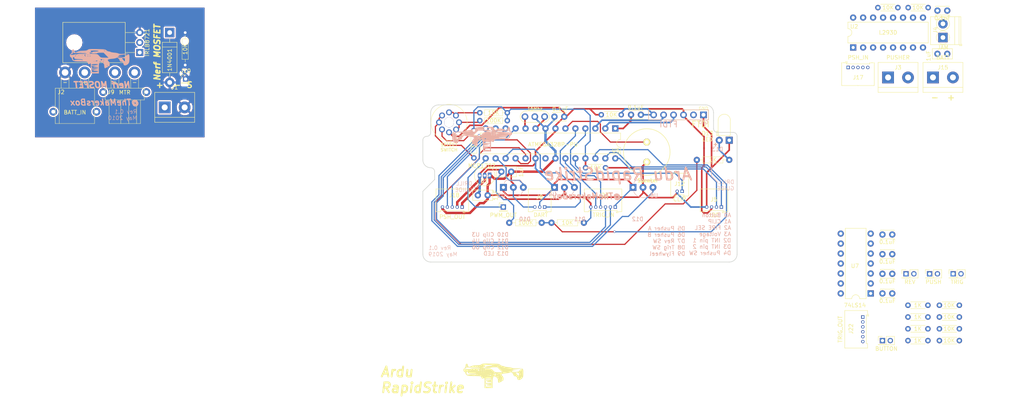
<source format=kicad_pcb>
(kicad_pcb (version 4) (host pcbnew 4.0.6)
  (title_block (date "lun. 30 mars 2015"))
  (layers (0 F.Cu signal) (31 B.Cu signal) (34 B.Paste user) (35 F.Paste user) (36 B.SilkS user) (37 F.SilkS user) (38 B.Mask user) (39 F.Mask user) (44 Edge.Cuts user))
  (net 0 "")
  (net 1 /Reset)
  (net 2 GND)
  (net 3 /A0)
  (net 4 /A1)
  (net 5 /A2)
  (net 6 /A3)
  (net 7 /AREF)
  (net 8 "/A4(SDA)")
  (net 9 "/A5(SCL)")
  (net 10 "/9(**)")
  (net 11 /8)
  (net 12 /7)
  (net 13 "/6(**)")
  (net 14 "/5(**)")
  (net 15 /4)
  (net 16 "/3(**)")
  (net 17 /2)
  (net 18 "/13(SCK)")
  (net 19 "/12(MISO)")
  (net 20 VCC)
  (net 21 "Net-(D2-Pad2)")
  (net 22 "Net-(U5-Pad9)")
  (net 23 "Net-(U5-Pad10)")
  (net 24 "/11(MOSI)")
  (net 25 "/10(SS)")
  (net 26 "Net-(D1-Pad1)")
  (net 27 "Net-(J3-Pad1)")
  (net 28 "Net-(J3-Pad2)")
  (net 29 /TRIG)
  (net 30 "/0(Rx)")
  (net 31 "/1(Tx)")
  (net 32 "Net-(J7-Pad2)")
  (net 33 /Vin)
  (net 34 "Net-(R14-Pad2)")
  (net 35 "Net-(R15-Pad2)")
  (net 36 "Net-(R13-Pad2)")
  (net 37 "Net-(C6-Pad1)")
  (net 38 "Net-(C7-Pad1)")
  (net 39 "Net-(C8-Pad1)")
  (net 40 /#RTS)
  (net 41 "Net-(C2-Pad1)")
  (net 42 "Net-(C3-Pad1)")
  (net 43 "Net-(J17-Pad3)")
  (net 44 "Net-(C10-Pad1)")
  (net 45 "Net-(J6-Pad1)")
  (net 46 "Net-(J17-Pad4)")
  (net 47 "Net-(J19-Pad1)")
  (net 48 "Net-(J20-Pad1)")
  (net 49 "Net-(J21-Pad1)")
  (net 50 /REV)
  (net 51 /PUSHER)
  (net 52 /BUTTON)
  (net 53 "Net-(J1-Pad1)")
  (net 54 /DB_GND)
  (net 55 /DB_VCC)
  (net 56 "Net-(J17-Pad2)")
  (net 57 "Net-(R1-Pad2)")
  (net 58 "Net-(R3-Pad2)")
  (module footprints:RS_left (layer B.Cu) (at 146.05 94.107 180)
    (fp_text reference G*** hide)
    (fp_text value LOGO hide)
  )
  (module footprints:SPEAKER (layer F.Cu) (at 187.998 98.365)
    (fp_text reference LS1 hide)
    (fp_text value Speaker (at 0.254 7.239) (layer F.SilkS) (effects (font (size 0.889 0.889) (thickness 0.22225))))
    (pad 2 thru_hole circle (at 0 2.54) (size 1.778 1.778) (drill 1.016) (layers *.Cu *.Mask F.SilkS) (net 2 GND))
    (pad 1 thru_hole circle (at 0 -2.54) (size 1.778 1.778) (drill 1.016) (layers *.Cu *.Mask F.SilkS) (net 15 /4))
  )
  (module footprints:DIP-28_W7.62mm (layer F.Cu) (at 179.998 92.365 270)
    (fp_text reference U5 (at 5.588 -0.127 360) (layer F.SilkS))
    (fp_text value ATMEGA328P-PU (at 4.064 15.875 360) (layer F.SilkS))
    (pad 1 thru_hole rect (at 0 0 270) (size 1.6 1.6) (drill 0.8) (layers *.Cu *.Mask) (net 1 /Reset))
    (pad 15 thru_hole oval (at 7.62 33.02 270) (size 1.6 1.6) (drill 0.8) (layers *.Cu *.Mask) (net 10 "/9(**)"))
    (pad 2 thru_hole oval (at 0 2.54 270) (size 1.6 1.6) (drill 0.8) (layers *.Cu *.Mask) (net 30 "/0(Rx)"))
    (pad 16 thru_hole oval (at 7.62 30.48 270) (size 1.6 1.6) (drill 0.8) (layers *.Cu *.Mask) (net 25 "/10(SS)"))
    (pad 3 thru_hole oval (at 0 5.08 270) (size 1.6 1.6) (drill 0.8) (layers *.Cu *.Mask) (net 31 "/1(Tx)"))
    (pad 17 thru_hole oval (at 7.62 27.94 270) (size 1.6 1.6) (drill 0.8) (layers *.Cu *.Mask) (net 24 "/11(MOSI)"))
    (pad 4 thru_hole oval (at 0 7.62 270) (size 1.6 1.6) (drill 0.8) (layers *.Cu *.Mask) (net 17 /2))
    (pad 18 thru_hole oval (at 7.62 25.4 270) (size 1.6 1.6) (drill 0.8) (layers *.Cu *.Mask) (net 19 "/12(MISO)"))
    (pad 5 thru_hole oval (at 0 10.16 270) (size 1.6 1.6) (drill 0.8) (layers *.Cu *.Mask) (net 16 "/3(**)"))
    (pad 19 thru_hole oval (at 7.62 22.86 270) (size 1.6 1.6) (drill 0.8) (layers *.Cu *.Mask) (net 18 "/13(SCK)"))
    (pad 6 thru_hole oval (at 0 12.7 270) (size 1.6 1.6) (drill 0.8) (layers *.Cu *.Mask) (net 15 /4))
    (pad 20 thru_hole oval (at 7.62 20.32 270) (size 1.6 1.6) (drill 0.8) (layers *.Cu *.Mask) (net 20 VCC))
    (pad 7 thru_hole oval (at 0 15.24 270) (size 1.6 1.6) (drill 0.8) (layers *.Cu *.Mask) (net 20 VCC))
    (pad 21 thru_hole oval (at 7.62 17.78 270) (size 1.6 1.6) (drill 0.8) (layers *.Cu *.Mask) (net 7 /AREF))
    (pad 8 thru_hole oval (at 0 17.78 270) (size 1.6 1.6) (drill 0.8) (layers *.Cu *.Mask) (net 2 GND))
    (pad 22 thru_hole oval (at 7.62 15.24 270) (size 1.6 1.6) (drill 0.8) (layers *.Cu *.Mask) (net 2 GND))
    (pad 9 thru_hole oval (at 0 20.32 270) (size 1.6 1.6) (drill 0.8) (layers *.Cu *.Mask) (net 22 "Net-(U5-Pad9)"))
    (pad 23 thru_hole oval (at 7.62 12.7 270) (size 1.6 1.6) (drill 0.8) (layers *.Cu *.Mask) (net 3 /A0))
    (pad 10 thru_hole oval (at 0 22.86 270) (size 1.6 1.6) (drill 0.8) (layers *.Cu *.Mask) (net 23 "Net-(U5-Pad10)"))
    (pad 24 thru_hole oval (at 7.62 10.16 270) (size 1.6 1.6) (drill 0.8) (layers *.Cu *.Mask) (net 4 /A1))
    (pad 11 thru_hole oval (at 0 25.4 270) (size 1.6 1.6) (drill 0.8) (layers *.Cu *.Mask) (net 14 "/5(**)"))
    (pad 25 thru_hole oval (at 7.62 7.62 270) (size 1.6 1.6) (drill 0.8) (layers *.Cu *.Mask) (net 5 /A2))
    (pad 12 thru_hole oval (at 0 27.94 270) (size 1.6 1.6) (drill 0.8) (layers *.Cu *.Mask) (net 13 "/6(**)"))
    (pad 26 thru_hole oval (at 7.62 5.08 270) (size 1.6 1.6) (drill 0.8) (layers *.Cu *.Mask) (net 6 /A3))
    (pad 13 thru_hole oval (at 0 30.48 270) (size 1.6 1.6) (drill 0.8) (layers *.Cu *.Mask) (net 12 /7))
    (pad 27 thru_hole oval (at 7.62 2.54 270) (size 1.6 1.6) (drill 0.8) (layers *.Cu *.Mask) (net 8 "/A4(SDA)"))
    (pad 14 thru_hole oval (at 0 33.02 270) (size 1.6 1.6) (drill 0.8) (layers *.Cu *.Mask) (net 11 /8))
    (pad 28 thru_hole oval (at 7.62 0 270) (size 1.6 1.6) (drill 0.8) (layers *.Cu *.Mask) (net 9 "/A5(SCL)"))
  )
  (module footprints:TO-220-3_Horizontal (layer F.Cu) (at 58.928 73.025 90)
    (fp_text reference Q1 hide)
    (fp_text value IRLB8721 (at 2.54 1.9 90) (layer F.SilkS))
    (pad 0 np_thru_hole oval (at 2.54 -16.66 90) (size 3.5 3.5) (drill 3.5) (layers *.Cu *.Mask))
    (pad 1 thru_hole rect (at 0 0 90) (size 1.8 1.8) (drill 1) (layers *.Cu *.Mask) (net 10 "/9(**)"))
    (pad 2 thru_hole oval (at 2.54 0 90) (size 1.8 1.8) (drill 1) (layers *.Cu *.Mask) (net 26 "Net-(D1-Pad1)"))
    (pad 3 thru_hole oval (at 5.08 0 90) (size 1.8 1.8) (drill 1) (layers *.Cu *.Mask) (net 2 GND))
  )
  (module footprints:XT30PW_F (layer F.Cu) (at 55.118 78.105 180)
    (fp_text reference J9 (at 3.5 -5 180) (layer F.SilkS))
    (fp_text value MTR (at 0 -5.08 180) (layer F.SilkS))
    (fp_text user - (at -2.5 -2.5 180) (layer F.SilkS))
    (fp_text user + (at 2.5 -2.5 180) (layer F.SilkS))
    (pad 3 thru_hole circle (at -5.5 -5 180) (size 2 2) (drill 1) (layers *.Cu *.Mask))
    (pad 2 thru_hole circle (at -2.5 0 180) (size 3 3) (drill 1.7) (layers *.Cu *.Mask) (net 26 "Net-(D1-Pad1)"))
    (pad 1 thru_hole circle (at 2.5 0 180) (size 3 3) (drill 1.7) (layers *.Cu *.Mask) (net 53 "Net-(J1-Pad1)"))
    (pad 3 thru_hole circle (at 5.5 -5 180) (size 2 2) (drill 1) (layers *.Cu *.Mask))
  )
  (module footprints:D_DO-15_P12.70mm_Horizontal (layer F.Cu) (at 66.548 67.945 270)
    (fp_text reference D1 hide)
    (fp_text value 1N4001 (at 6.985 0 270) (layer F.SilkS))
    (pad 1 thru_hole rect (at 0 0 270) (size 2.4 2.4) (drill 1.2) (layers *.Cu *.Mask) (net 26 "Net-(D1-Pad1)"))
    (pad 2 thru_hole oval (at 12.7 0 270) (size 2.4 2.4) (drill 1.2) (layers *.Cu *.Mask) (net 2 GND))
  )
  (module footprints:R_Axial_DIN0204_L3.6mm_D1.6mm_P7.62mm_Horizontal (layer F.Cu) (at 70.498 75.965 90)
    (fp_text reference R9)
    (fp_text value 10K (at 3.81 0 90) (layer F.SilkS))
    (pad 1 thru_hole circle (at -0.25 0 90) (size 1.6 1.6) (drill 0.7) (layers *.Cu *.Mask) (net 2 GND))
    (pad 2 thru_hole circle (at 8 0 90) (size 1.6 1.6) (drill 0.7) (layers *.Cu *.Mask) (net 10 "/9(**)"))
  )
  (module footprints:XT30PW_M (layer F.Cu) (at 42.418 78.105 180)
    (fp_text reference J2 (at 3.5 -5 180) (layer F.SilkS))
    (fp_text value BATT_IN (at 0 -10.16 180) (layer F.SilkS))
    (fp_text user - (at 2.5 -2.5 180) (layer F.SilkS))
    (fp_text user + (at -2.5 -2.5 180) (layer F.SilkS))
    (pad 3 thru_hole circle (at -5.5 -10 180) (size 2 2) (drill 1) (layers *.Cu *.Mask))
    (pad 1 thru_hole circle (at -2.5 0 180) (size 3 3) (drill 1.7) (layers *.Cu *.Mask) (net 53 "Net-(J1-Pad1)"))
    (pad 2 thru_hole circle (at 2.5 0 180) (size 3 3) (drill 1.7) (layers *.Cu *.Mask) (net 2 GND))
    (pad 3 thru_hole circle (at 5.5 -10 180) (size 2 2) (drill 1) (layers *.Cu *.Mask))
  )
  (module footprints:R_Axial_DIN0204_L3.6mm_D1.6mm_P7.62mm_Horizontal (layer F.Cu) (at 160.998 116.365 180)
    (fp_text reference R8)
    (fp_text value 100K (at 3.81 0 180) (layer F.SilkS))
    (pad 1 thru_hole circle (at -0.25 0 180) (size 1.6 1.6) (drill 0.7) (layers *.Cu *.Mask) (net 6 /A3))
    (pad 2 thru_hole circle (at 8 0 180) (size 1.6 1.6) (drill 0.7) (layers *.Cu *.Mask) (net 33 /Vin))
  )
  (module footprints:R__P5.08mm (layer F.Cu) (at 174.998 102.365 180)
    (fp_text reference R16 hide)
    (fp_text value 10K (at 0 0 180) (layer F.SilkS))
    (pad 1 thru_hole circle (at -2.5 0 180) (size 1.4 1.4) (drill 0.7) (layers *.Cu *.Mask) (net 2 GND))
    (pad 2 thru_hole oval (at 2.58 0 180) (size 1.4 1.4) (drill 0.7) (layers *.Cu *.Mask) (net 5 /A2))
  )
  (module footprints:R__P5.08mm (layer F.Cu) (at 264.998 143.365)
    (fp_text reference R10 hide)
    (fp_text value 10K (at 0 0) (layer F.SilkS))
    (pad 1 thru_hole circle (at -2.5 0) (size 1.4 1.4) (drill 0.7) (layers *.Cu *.Mask) (net 39 "Net-(C8-Pad1)"))
    (pad 2 thru_hole oval (at 2.58 0) (size 1.4 1.4) (drill 0.7) (layers *.Cu *.Mask) (net 55 /DB_VCC))
  )
  (module footprints:R__P5.08mm (layer F.Cu) (at 249.428 61.595 180)
    (fp_text reference R1 hide)
    (fp_text value 10K (at 0 0 180) (layer F.SilkS))
    (pad 1 thru_hole circle (at -2.5 0 180) (size 1.4 1.4) (drill 0.7) (layers *.Cu *.Mask) (net 2 GND))
    (pad 2 thru_hole oval (at 2.58 0 180) (size 1.4 1.4) (drill 0.7) (layers *.Cu *.Mask) (net 57 "Net-(R1-Pad2)"))
  )
  (module footprints:R__P5.08mm (layer F.Cu) (at 257.048 61.595)
    (fp_text reference R3 hide)
    (fp_text value 10K (at 0 0) (layer F.SilkS))
    (pad 1 thru_hole circle (at -2.5 0) (size 1.4 1.4) (drill 0.7) (layers *.Cu *.Mask) (net 2 GND))
    (pad 2 thru_hole oval (at 2.58 0) (size 1.4 1.4) (drill 0.7) (layers *.Cu *.Mask) (net 58 "Net-(R3-Pad2)"))
  )
  (module footprints:R__P5.08mm (layer F.Cu) (at 264.998 137.365)
    (fp_text reference R4 hide)
    (fp_text value 10K (at 0 0) (layer F.SilkS))
    (pad 1 thru_hole circle (at -2.5 0) (size 1.4 1.4) (drill 0.7) (layers *.Cu *.Mask) (net 37 "Net-(C6-Pad1)"))
    (pad 2 thru_hole oval (at 2.58 0) (size 1.4 1.4) (drill 0.7) (layers *.Cu *.Mask) (net 55 /DB_VCC))
  )
  (module footprints:R__P5.08mm (layer F.Cu) (at 264.998 140.365)
    (fp_text reference R6 hide)
    (fp_text value 10K (at 0 0) (layer F.SilkS))
    (pad 1 thru_hole circle (at -2.5 0) (size 1.4 1.4) (drill 0.7) (layers *.Cu *.Mask) (net 38 "Net-(C7-Pad1)"))
    (pad 2 thru_hole oval (at 2.58 0) (size 1.4 1.4) (drill 0.7) (layers *.Cu *.Mask) (net 55 /DB_VCC))
  )
  (module footprints:Resonator-3pin_w7.0mm_h2.5mm (layer F.Cu) (at 156.998 89.365)
    (fp_text reference Y1 hide)
    (fp_text value 16Mhz (at 2.54 -2.032) (layer F.SilkS) (effects (font (size 0.8 0.8))))
    (pad 1 thru_hole circle (at 0 0) (size 1.7 1.7) (drill 1) (layers *.Cu *.Mask) (net 23 "Net-(U5-Pad10)"))
    (pad 2 thru_hole circle (at 2.5 0) (size 1.7 1.7) (drill 1) (layers *.Cu *.Mask) (net 2 GND))
    (pad 3 thru_hole circle (at 5 0) (size 1.7 1.7) (drill 1) (layers *.Cu *.Mask) (net 22 "Net-(U5-Pad9)"))
  )
  (module footprints:R__P5.08mm (layer F.Cu) (at 256.998 143.365)
    (fp_text reference R11 hide)
    (fp_text value 1K (at 0 0) (layer F.SilkS))
    (pad 1 thru_hole circle (at -2.5 0) (size 1.4 1.4) (drill 0.7) (layers *.Cu *.Mask) (net 48 "Net-(J20-Pad1)"))
    (pad 2 thru_hole oval (at 2.58 0) (size 1.4 1.4) (drill 0.7) (layers *.Cu *.Mask) (net 39 "Net-(C8-Pad1)"))
  )
  (module footprints:R__P5.08mm (layer F.Cu) (at 256.998 140.365)
    (fp_text reference R7 hide)
    (fp_text value 1K (at 0 0) (layer F.SilkS))
    (pad 1 thru_hole circle (at -2.5 0) (size 1.4 1.4) (drill 0.7) (layers *.Cu *.Mask) (net 45 "Net-(J6-Pad1)"))
    (pad 2 thru_hole oval (at 2.58 0) (size 1.4 1.4) (drill 0.7) (layers *.Cu *.Mask) (net 38 "Net-(C7-Pad1)"))
  )
  (module footprints:R__P5.08mm (layer F.Cu) (at 256.998 137.365)
    (fp_text reference R5 hide)
    (fp_text value 1K (at 0 0) (layer F.SilkS))
    (pad 1 thru_hole circle (at -2.5 0) (size 1.4 1.4) (drill 0.7) (layers *.Cu *.Mask) (net 47 "Net-(J19-Pad1)"))
    (pad 2 thru_hole oval (at 2.58 0) (size 1.4 1.4) (drill 0.7) (layers *.Cu *.Mask) (net 37 "Net-(C6-Pad1)"))
  )
  (module footprints:C_Disc_D5.0mm_W2.5mm_P2.50mm (layer F.Cu) (at 150.998 103.365)
    (fp_text reference C1 hide)
    (fp_text value 1uF (at 5 0 90) (layer F.SilkS))
    (pad 1 thru_hole circle (at 0 0) (size 1.6 1.6) (drill 0.8) (layers *.Cu *.Mask) (net 33 /Vin))
    (pad 2 thru_hole circle (at 2.5 0) (size 1.6 1.6) (drill 0.8) (layers *.Cu *.Mask) (net 2 GND))
  )
  (module footprints:C_Disc_D5.0mm_W2.5mm_P2.50mm (layer F.Cu) (at 261.998 73.365)
    (fp_text reference C2 hide)
    (fp_text value 1uF (at -2.286 0.508 90) (layer F.SilkS))
    (pad 1 thru_hole circle (at 0 0) (size 1.6 1.6) (drill 0.8) (layers *.Cu *.Mask) (net 41 "Net-(C2-Pad1)"))
    (pad 2 thru_hole circle (at 2.5 0) (size 1.6 1.6) (drill 0.8) (layers *.Cu *.Mask) (net 2 GND))
  )
  (module footprints:C_Disc_D3.4mm_W2.1mm_P2.50mm (layer F.Cu) (at 261.998 62.365)
    (fp_text reference C3 hide)
    (fp_text value 0.1uF (at 1.27 1.905) (layer F.SilkS))
    (pad 1 thru_hole circle (at 0 0) (size 1.6 1.6) (drill 0.8) (layers *.Cu *.Mask) (net 42 "Net-(C3-Pad1)"))
    (pad 2 thru_hole circle (at 2.5 0) (size 1.6 1.6) (drill 0.8) (layers *.Cu *.Mask) (net 2 GND))
  )
  (module footprints:C_Disc_D5.0mm_W2.5mm_P2.50mm (layer F.Cu) (at 144.998 109.365)
    (fp_text reference C4 hide)
    (fp_text value 1uF (at 4.5 0 90) (layer F.SilkS))
    (pad 1 thru_hole circle (at 0 0) (size 1.6 1.6) (drill 0.8) (layers *.Cu *.Mask) (net 20 VCC))
    (pad 2 thru_hole circle (at 2.5 0) (size 1.6 1.6) (drill 0.8) (layers *.Cu *.Mask) (net 2 GND))
  )
  (module footprints:C_Disc_D3.4mm_W2.1mm_P2.50mm (layer F.Cu) (at 247.998 134.365)
    (fp_text reference C6 hide)
    (fp_text value 0.1uF (at 1.27 1.905) (layer F.SilkS))
    (pad 1 thru_hole circle (at 0 0) (size 1.6 1.6) (drill 0.8) (layers *.Cu *.Mask) (net 37 "Net-(C6-Pad1)"))
    (pad 2 thru_hole circle (at 2.5 0) (size 1.6 1.6) (drill 0.8) (layers *.Cu *.Mask) (net 54 /DB_GND))
  )
  (module footprints:C_Disc_D3.4mm_W2.1mm_P2.50mm (layer F.Cu) (at 247.998 129.365)
    (fp_text reference C7 hide)
    (fp_text value 0.1uF (at 1.27 1.905) (layer F.SilkS))
    (pad 1 thru_hole circle (at 0 0) (size 1.6 1.6) (drill 0.8) (layers *.Cu *.Mask) (net 38 "Net-(C7-Pad1)"))
    (pad 2 thru_hole circle (at 2.5 0) (size 1.6 1.6) (drill 0.8) (layers *.Cu *.Mask) (net 54 /DB_GND))
  )
  (module footprints:C_Disc_D3.4mm_W2.1mm_P2.50mm (layer F.Cu) (at 247.998 124.365)
    (fp_text reference C8 hide)
    (fp_text value 0.1uF (at 1.27 1.905) (layer F.SilkS))
    (pad 1 thru_hole circle (at 0 0) (size 1.6 1.6) (drill 0.8) (layers *.Cu *.Mask) (net 39 "Net-(C8-Pad1)"))
    (pad 2 thru_hole circle (at 2.5 0) (size 1.6 1.6) (drill 0.8) (layers *.Cu *.Mask) (net 54 /DB_GND))
  )
  (module footprints:LED_D3.0mm_Horizontal_O1.27mm_Z10.0mm (layer F.Cu) (at 208.998 95.365 180)
    (fp_text reference D2 hide)
    (fp_text value D13 (at 5.544 1.766 180) (layer F.SilkS))
    (pad 1 thru_hole rect (at 0 0 180) (size 1.8 1.8) (drill 0.9) (layers *.Cu *.Mask) (net 2 GND))
    (pad 2 thru_hole circle (at 2.54 0 180) (size 1.8 1.8) (drill 0.9) (layers *.Cu *.Mask) (net 21 "Net-(D2-Pad2)"))
  )
  (module footprints:Pin_Header_Straight_1x06_Pitch2.54mm (layer F.Cu) (at 202.438 88.9 270)
    (fp_text reference J7 hide)
    (fp_text value FTDI (at 2.413 0.762 360) (layer F.SilkS) (effects (font (size 1.5 1.5) (thickness 0.2))))
    (pad 1 thru_hole rect (at 0 0 270) (size 1.7 1.7) (drill 1) (layers *.Cu *.Mask) (net 2 GND))
    (pad 2 thru_hole oval (at 0 2.54 270) (size 1.7 1.7) (drill 1) (layers *.Cu *.Mask) (net 32 "Net-(J7-Pad2)"))
    (pad 3 thru_hole oval (at 0 5.08 270) (size 1.7 1.7) (drill 1) (layers *.Cu *.Mask) (net 20 VCC))
    (pad 4 thru_hole oval (at 0 7.62 270) (size 1.7 1.7) (drill 1) (layers *.Cu *.Mask) (net 30 "/0(Rx)"))
    (pad 5 thru_hole oval (at 0 10.16 270) (size 1.7 1.7) (drill 1) (layers *.Cu *.Mask) (net 31 "/1(Tx)"))
    (pad 6 thru_hole oval (at 0 12.7 270) (size 1.7 1.7) (drill 1) (layers *.Cu *.Mask) (net 40 /#RTS))
  )
  (module footprints:Molex_PicoBlade_53048-0210_02x1.25mm_Angled (layer F.Cu) (at 196.998 108.365 180)
    (fp_text reference J12 (at 0.635 1.905 180) (layer F.SilkS))
    (fp_text value CLIP (at 0.635 -2.032 180) (layer F.SilkS))
    (pad 1 thru_hole rect (at 0 0 180) (size 0.85 0.85) (drill 0.5) (layers *.Cu *.Mask) (net 4 /A1))
    (pad 2 thru_hole circle (at 1.25 0 180) (size 0.85 0.85) (drill 0.5) (layers *.Cu *.Mask) (net 2 GND))
  )
  (module Wire_Pads:SolderWirePad_single_2-5mmDrill (layer F.Cu) (at 195.998 114.365)
    (fp_text reference J13 hide)
    (fp_text value NPTH)
    (pad "" np_thru_hole circle (at 0 0) (size 3 3) (drill 3) (layers *.Cu *.Mask))
  )
  (module Wire_Pads:SolderWirePad_single_2-5mmDrill (layer F.Cu) (at 145.998 114.619)
    (fp_text reference J14 hide)
    (fp_text value NPTH)
    (pad "" np_thru_hole circle (at 0 0) (size 3 3) (drill 3) (layers *.Cu *.Mask))
  )
  (module Wire_Pads:SolderWirePad_single_2-5mmDrill (layer F.Cu) (at 137.668 90.805)
    (fp_text reference J16 hide)
    (fp_text value NPTH)
    (pad "" np_thru_hole circle (at 0 0) (size 2.5 2.5) (drill 2.49936) (layers *.Cu *.Mask))
  )
  (module footprints:TO-92_Inline_Narrow_Oval (layer F.Cu) (at 147.998 104.365 180)
    (fp_text reference U1 (at 1.32 -1.41 180) (layer F.SilkS))
    (fp_text value MCP1702 (at 2 2.5 180) (layer F.SilkS))
    (pad 2 thru_hole oval (at 1.27 0) (size 0.9 1.5) (drill 0.6) (layers *.Cu *.Mask) (net 33 /Vin))
    (pad 3 thru_hole oval (at 2.54 0) (size 0.9 1.5) (drill 0.6) (layers *.Cu *.Mask) (net 20 VCC))
    (pad 1 thru_hole rect (at 0 0) (size 0.9 1.5) (drill 0.6) (layers *.Cu *.Mask) (net 2 GND))
  )
  (module footprints:DIP-16_W7.62mm (layer F.Cu) (at 240.538 71.755 90)
    (fp_text reference U2 (at 5.334 0.254 180) (layer F.SilkS))
    (fp_text value L293D (at 3.81 8.89 180) (layer F.SilkS))
    (pad 1 thru_hole rect (at 0 0 90) (size 1.6 1.6) (drill 0.8) (layers *.Cu *.Mask) (net 42 "Net-(C3-Pad1)"))
    (pad 9 thru_hole oval (at 7.62 17.78 90) (size 1.6 1.6) (drill 0.8) (layers *.Cu *.Mask) (net 42 "Net-(C3-Pad1)"))
    (pad 2 thru_hole oval (at 0 2.54 90) (size 1.6 1.6) (drill 0.8) (layers *.Cu *.Mask) (net 57 "Net-(R1-Pad2)"))
    (pad 10 thru_hole oval (at 7.62 15.24 90) (size 1.6 1.6) (drill 0.8) (layers *.Cu *.Mask) (net 58 "Net-(R3-Pad2)"))
    (pad 3 thru_hole oval (at 0 5.08 90) (size 1.6 1.6) (drill 0.8) (layers *.Cu *.Mask) (net 27 "Net-(J3-Pad1)"))
    (pad 11 thru_hole oval (at 7.62 12.7 90) (size 1.6 1.6) (drill 0.8) (layers *.Cu *.Mask) (net 28 "Net-(J3-Pad2)"))
    (pad 4 thru_hole oval (at 0 7.62 90) (size 1.6 1.6) (drill 0.8) (layers *.Cu *.Mask) (net 2 GND))
    (pad 12 thru_hole oval (at 7.62 10.16 90) (size 1.6 1.6) (drill 0.8) (layers *.Cu *.Mask) (net 2 GND))
    (pad 5 thru_hole oval (at 0 10.16 90) (size 1.6 1.6) (drill 0.8) (layers *.Cu *.Mask) (net 2 GND))
    (pad 13 thru_hole oval (at 7.62 7.62 90) (size 1.6 1.6) (drill 0.8) (layers *.Cu *.Mask) (net 2 GND))
    (pad 6 thru_hole oval (at 0 12.7 90) (size 1.6 1.6) (drill 0.8) (layers *.Cu *.Mask) (net 28 "Net-(J3-Pad2)"))
    (pad 14 thru_hole oval (at 7.62 5.08 90) (size 1.6 1.6) (drill 0.8) (layers *.Cu *.Mask) (net 27 "Net-(J3-Pad1)"))
    (pad 7 thru_hole oval (at 0 15.24 90) (size 1.6 1.6) (drill 0.8) (layers *.Cu *.Mask) (net 58 "Net-(R3-Pad2)"))
    (pad 15 thru_hole oval (at 7.62 2.54 90) (size 1.6 1.6) (drill 0.8) (layers *.Cu *.Mask) (net 57 "Net-(R1-Pad2)"))
    (pad 8 thru_hole oval (at 0 17.78 90) (size 1.6 1.6) (drill 0.8) (layers *.Cu *.Mask) (net 41 "Net-(C2-Pad1)"))
    (pad 16 thru_hole oval (at 7.62 0 90) (size 1.6 1.6) (drill 0.8) (layers *.Cu *.Mask) (net 42 "Net-(C3-Pad1)"))
  )
  (module footprints:Molex_PicoBlade_53048-0410_04x1.25mm_Angled (layer F.Cu) (at 206.998 112.365 180)
    (fp_text reference J5 (at 1.905 1.905 180) (layer F.SilkS))
    (fp_text value I2C (at 1.778 -2.032 180) (layer F.SilkS))
    (pad 1 thru_hole rect (at 0 0 180) (size 0.85 0.85) (drill 0.5) (layers *.Cu *.Mask) (net 8 "/A4(SDA)"))
    (pad 2 thru_hole circle (at 1.25 0 180) (size 0.85 0.85) (drill 0.5) (layers *.Cu *.Mask) (net 9 "/A5(SCL)"))
    (pad 3 thru_hole circle (at 2.5 0 180) (size 0.85 0.85) (drill 0.5) (layers *.Cu *.Mask) (net 20 VCC))
    (pad 4 thru_hole circle (at 3.75 0 180) (size 0.85 0.85) (drill 0.5) (layers *.Cu *.Mask) (net 2 GND))
  )
  (module footprints:SW_Rotary8 (layer F.Cu) (at 137.668 90.805 180)
    (fp_text reference SW1 hide)
    (fp_text value SW_Rotary8)
    (pad 8 thru_hole circle (at 0 -2.54 180) (size 1.5 1.5) (drill 0.9) (layers *.Cu *.Mask) (net 20 VCC))
    (pad 1 thru_hole circle (at 1.7907 -1.8034 180) (size 1.5 1.5) (drill 0.9) (layers *.Cu *.Mask) (net 5 /A2))
    (pad 2 thru_hole oval (at 2.54 0 180) (size 1.5 1.5) (drill 0.9) (layers *.Cu *.Mask) (net 35 "Net-(R15-Pad2)"))
    (pad 3 thru_hole oval (at 1.778 1.7526 180) (size 1.5 1.5) (drill 0.9) (layers *.Cu *.Mask) (net 35 "Net-(R15-Pad2)"))
    (pad 4 thru_hole oval (at 0 2.54 180) (size 1.5 1.5) (drill 0.9) (layers *.Cu *.Mask) (net 34 "Net-(R14-Pad2)"))
    (pad 5 thru_hole oval (at -1.7526 1.7399 180) (size 1.5 1.5) (drill 0.9) (layers *.Cu *.Mask) (net 34 "Net-(R14-Pad2)"))
    (pad 6 thru_hole oval (at -2.54 0 180) (size 1.5 1.5) (drill 0.9) (layers *.Cu *.Mask) (net 36 "Net-(R13-Pad2)"))
    (pad 7 thru_hole oval (at -1.8034 -1.8161 180) (size 1.5 1.5) (drill 0.9) (layers *.Cu *.Mask) (net 36 "Net-(R13-Pad2)"))
  )
  (module footprints:C_Disc_D3.4mm_W2.1mm_P2.50mm (layer F.Cu) (at 166.998 89.365 180)
    (fp_text reference C5 hide)
    (fp_text value 0.1uF (at 1 2 180) (layer F.SilkS))
    (pad 1 thru_hole circle (at 0 0 180) (size 1.6 1.6) (drill 0.8) (layers *.Cu *.Mask) (net 20 VCC))
    (pad 2 thru_hole circle (at 2.5 0 180) (size 1.6 1.6) (drill 0.8) (layers *.Cu *.Mask) (net 2 GND))
  )
  (module footprints:Hall_Sensor (layer B.Cu) (at 151.498 107.365)
    (fp_text reference U3 (at -0.522 2.08 180) (layer B.SilkS) (effects (justify mirror)))
    (fp_text value "HALL SENSOR" hide)
    (pad 3 thru_hole circle (at 5.08 0 270) (size 1.75 1.75) (drill 0.8) (layers *.Cu *.Mask) (net 25 "/10(SS)"))
    (pad 2 thru_hole circle (at 2.54 0 270) (size 1.75 1.75) (drill 0.8) (layers *.Cu *.Mask) (net 2 GND))
    (pad 1 thru_hole rect (at 0 0 270) (size 1.75 1.75) (drill 0.8) (layers *.Cu *.Mask) (net 20 VCC))
  )
  (module footprints:Hall_Sensor (layer B.Cu) (at 184.498 107.365)
    (fp_text reference U6 (at 5.38 2.08 180) (layer B.SilkS) (effects (justify mirror)))
    (fp_text value "HALL SENSOR" hide)
    (pad 3 thru_hole circle (at 5.08 0 270) (size 1.75 1.75) (drill 0.8) (layers *.Cu *.Mask) (net 19 "/12(MISO)"))
    (pad 2 thru_hole circle (at 2.54 0 270) (size 1.75 1.75) (drill 0.8) (layers *.Cu *.Mask) (net 2 GND))
    (pad 1 thru_hole rect (at 0 0 270) (size 1.75 1.75) (drill 0.8) (layers *.Cu *.Mask) (net 20 VCC))
  )
  (module footprints:Hall_Sensor (layer B.Cu) (at 164.498 107.365)
    (fp_text reference U4 (at -0.492 1.826 180) (layer B.SilkS) (effects (justify mirror)))
    (fp_text value "HALL SENSOR" hide)
    (pad 3 thru_hole circle (at 5.08 0 270) (size 1.75 1.75) (drill 0.8) (layers *.Cu *.Mask) (net 24 "/11(MOSI)"))
    (pad 2 thru_hole circle (at 2.54 0 270) (size 1.75 1.75) (drill 0.8) (layers *.Cu *.Mask) (net 2 GND))
    (pad 1 thru_hole rect (at 0 0 270) (size 1.75 1.75) (drill 0.8) (layers *.Cu *.Mask) (net 20 VCC))
  )
  (module footprints:TerminalBlock_Phoenix_PT-1,5-2-3.5-H_1x02_P3.50mm_Horizontal (layer F.Cu) (at 263.398 69.215 90)
    (fp_text reference J4 (at 1.905 -1.905 90) (layer F.SilkS))
    (fp_text value JAM (at -2.54 0 360) (layer F.SilkS))
    (pad 1 thru_hole rect (at 0 0 90) (size 2.4 2.4) (drill 1.2) (layers *.Cu *.Mask) (net 41 "Net-(C2-Pad1)"))
    (pad 2 thru_hole circle (at 3.5 0 90) (size 2.4 2.4) (drill 1.2) (layers *.Cu *.Mask) (net 33 /Vin))
  )
  (module footprints:R_Axial_DIN0204_L3.6mm_D1.6mm_P7.62mm_Horizontal (layer F.Cu) (at 163.998 116.365)
    (fp_text reference R12)
    (fp_text value 10K (at 3.81 0) (layer F.SilkS))
    (pad 1 thru_hole circle (at -0.25 0) (size 1.6 1.6) (drill 0.7) (layers *.Cu *.Mask) (net 6 /A3))
    (pad 2 thru_hole circle (at 8 0) (size 1.6 1.6) (drill 0.7) (layers *.Cu *.Mask) (net 2 GND))
  )
  (module footprints:R_Axial_DIN0204_L3.6mm_D1.6mm_P7.62mm_Horizontal (layer F.Cu) (at 200.998 100.365)
    (fp_text reference R2)
    (fp_text value 1K (at 3.81 0) (layer F.SilkS))
    (pad 1 thru_hole circle (at -0.25 0) (size 1.6 1.6) (drill 0.7) (layers *.Cu *.Mask) (net 18 "/13(SCK)"))
    (pad 2 thru_hole circle (at 8 0) (size 1.6 1.6) (drill 0.7) (layers *.Cu *.Mask) (net 21 "Net-(D2-Pad2)"))
  )
  (module footprints:R__P7mm (layer F.Cu) (at 148.998 90.365 180)
    (fp_text reference R13 hide)
    (fp_text value 100K (at 0 0 180) (layer F.SilkS))
    (pad 1 thru_hole circle (at -3.5 0 180) (size 1.4 1.4) (drill 0.7) (layers *.Cu *.Mask) (net 5 /A2))
    (pad 2 thru_hole oval (at 3.5 0 180) (size 1.4 1.4) (drill 0.7) (layers *.Cu *.Mask) (net 36 "Net-(R13-Pad2)"))
  )
  (module footprints:R__P7mm (layer F.Cu) (at 148.998 88.365 180)
    (fp_text reference R14 hide)
    (fp_text value 10K (at 0 0 180) (layer F.SilkS))
    (pad 1 thru_hole circle (at -3.5 0 180) (size 1.4 1.4) (drill 0.7) (layers *.Cu *.Mask) (net 5 /A2))
    (pad 2 thru_hole oval (at 3.5 0 180) (size 1.4 1.4) (drill 0.7) (layers *.Cu *.Mask) (net 34 "Net-(R14-Pad2)"))
  )
  (module footprints:R__P7mm (layer F.Cu) (at 143.998 96.365 270)
    (fp_text reference R15 hide)
    (fp_text value 1K (at 0 0 270) (layer F.SilkS))
    (pad 1 thru_hole circle (at -3.5 0 270) (size 1.4 1.4) (drill 0.7) (layers *.Cu *.Mask) (net 5 /A2))
    (pad 2 thru_hole oval (at 3.5 0 270) (size 1.4 1.4) (drill 0.7) (layers *.Cu *.Mask) (net 35 "Net-(R15-Pad2)"))
  )
  (module footprints:RS_left (layer F.Cu) (at 148.998 154.365)
    (fp_text reference G*** hide)
    (fp_text value LOGO hide)
  )
  (module footprints:RS_right (layer B.Cu) (at 48.768 74.295 180)
    (fp_text reference G*** hide)
    (fp_text value LOGO hide)
  )
  (module footprints:C_Disc_D3.4mm_W2.1mm_P2.50mm (layer F.Cu) (at 186.498 88.865 180)
    (fp_text reference C9 hide)
    (fp_text value 0.1uF (at 1.27 1.905 180) (layer F.SilkS))
    (pad 1 thru_hole circle (at 0 0 180) (size 1.6 1.6) (drill 0.8) (layers *.Cu *.Mask) (net 40 /#RTS))
    (pad 2 thru_hole circle (at 2.5 0 180) (size 1.6 1.6) (drill 0.8) (layers *.Cu *.Mask) (net 1 /Reset))
  )
  (module footprints:R__P5.08mm (layer F.Cu) (at 178.998 88.865 180)
    (fp_text reference R17 hide)
    (fp_text value 10K (at 0 0 180) (layer F.SilkS))
    (pad 1 thru_hole circle (at -2.5 0 180) (size 1.4 1.4) (drill 0.7) (layers *.Cu *.Mask) (net 40 /#RTS))
    (pad 2 thru_hole oval (at 2.58 0 180) (size 1.4 1.4) (drill 0.7) (layers *.Cu *.Mask) (net 20 VCC))
  )
  (module Connectors_Terminal_Blocks:TerminalBlock_bornier-2_P5.08mm (layer F.Cu) (at 260.858 79.375)
    (fp_text reference J15 (at 2.54 -2.54) (layer F.SilkS))
    (fp_text value BATT (at 2.54 -5.08) (layer F.SilkS))
    (pad 1 thru_hole rect (at 0 0) (size 3 3) (drill 1.52) (layers *.Cu *.Mask) (net 2 GND))
    (pad 2 thru_hole circle (at 5.08 0) (size 3 3) (drill 1.52) (layers *.Cu *.Mask) (net 41 "Net-(C2-Pad1)"))
  )
  (module Connectors_Terminal_Blocks:TerminalBlock_bornier-2_P5.08mm (layer F.Cu) (at 249.428 79.375)
    (fp_text reference J3 (at 2.54 -2.54) (layer F.SilkS))
    (fp_text value PUSHER (at 2.54 -5.08) (layer F.SilkS))
    (pad 1 thru_hole rect (at 0 0) (size 3 3) (drill 1.52) (layers *.Cu *.Mask) (net 27 "Net-(J3-Pad1)"))
    (pad 2 thru_hole circle (at 5.08 0) (size 3 3) (drill 1.52) (layers *.Cu *.Mask) (net 28 "Net-(J3-Pad2)"))
  )
  (module footprints:C_Disc_D3.4mm_W2.1mm_P2.50mm (layer F.Cu) (at 247.998 119.365)
    (fp_text reference C10 hide)
    (fp_text value 0.1uF (at 1.27 1.905) (layer F.SilkS))
    (pad 1 thru_hole circle (at 0 0) (size 1.6 1.6) (drill 0.8) (layers *.Cu *.Mask) (net 44 "Net-(C10-Pad1)"))
    (pad 2 thru_hole circle (at 2.5 0) (size 1.6 1.6) (drill 0.8) (layers *.Cu *.Mask) (net 54 /DB_GND))
  )
  (module Pin_Headers:Pin_Header_Straight_2x01_Pitch2.00mm (layer F.Cu) (at 265.998 129.365)
    (fp_text reference J19 hide)
    (fp_text value TRIG (at 1 2.06) (layer F.SilkS))
    (pad 1 thru_hole rect (at 0 0) (size 1.35 1.35) (drill 0.8) (layers *.Cu *.Mask) (net 47 "Net-(J19-Pad1)"))
    (pad 2 thru_hole oval (at 2 0) (size 1.35 1.35) (drill 0.8) (layers *.Cu *.Mask) (net 54 /DB_GND))
  )
  (module Pin_Headers:Pin_Header_Straight_2x01_Pitch2.00mm (layer F.Cu) (at 259.998 129.365)
    (fp_text reference J20 hide)
    (fp_text value PUSH (at 1 2.06) (layer F.SilkS))
    (pad 1 thru_hole rect (at 0 0) (size 1.35 1.35) (drill 0.8) (layers *.Cu *.Mask) (net 48 "Net-(J20-Pad1)"))
    (pad 2 thru_hole oval (at 2 0) (size 1.35 1.35) (drill 0.8) (layers *.Cu *.Mask) (net 54 /DB_GND))
  )
  (module Pin_Headers:Pin_Header_Straight_2x01_Pitch2.00mm (layer F.Cu) (at 247.998 146.365)
    (fp_text reference J21 hide)
    (fp_text value BUTTON (at 1 2.06) (layer F.SilkS))
    (pad 1 thru_hole rect (at 0 0) (size 1.35 1.35) (drill 0.8) (layers *.Cu *.Mask) (net 49 "Net-(J21-Pad1)"))
    (pad 2 thru_hole oval (at 2 0) (size 1.35 1.35) (drill 0.8) (layers *.Cu *.Mask) (net 54 /DB_GND))
  )
  (module Connectors_Molex:Molex_PicoBlade_53048-0610_06x1.25mm_Angled (layer F.Cu) (at 242.998 140.365 270)
    (fp_text reference J22 (at 3 3 270) (layer F.SilkS))
    (fp_text value TRIG_OUT (at 3.125 5.75 270) (layer F.SilkS))
    (pad 1 thru_hole rect (at 0 0 270) (size 0.85 0.85) (drill 0.5) (layers *.Cu *.Mask) (net 55 /DB_VCC))
    (pad 2 thru_hole circle (at 1.25 0 270) (size 0.85 0.85) (drill 0.5) (layers *.Cu *.Mask) (net 29 /TRIG))
    (pad 3 thru_hole circle (at 2.5 0 270) (size 0.85 0.85) (drill 0.5) (layers *.Cu *.Mask) (net 50 /REV))
    (pad 4 thru_hole circle (at 3.75 0 270) (size 0.85 0.85) (drill 0.5) (layers *.Cu *.Mask) (net 51 /PUSHER))
    (pad 5 thru_hole circle (at 5 0 270) (size 0.85 0.85) (drill 0.5) (layers *.Cu *.Mask) (net 52 /BUTTON))
    (pad 6 thru_hole circle (at 6.25 0 270) (size 0.85 0.85) (drill 0.5) (layers *.Cu *.Mask) (net 54 /DB_GND))
  )
  (module Connectors_Molex:Molex_PicoBlade_53048-0610_06x1.25mm_Angled (layer F.Cu) (at 179.998 112.365 180)
    (fp_text reference J23 (at 3 3 180) (layer F.SilkS))
    (fp_text value TRIG_IN (at 3 -2 180) (layer F.SilkS))
    (pad 1 thru_hole rect (at 0 0 180) (size 0.85 0.85) (drill 0.5) (layers *.Cu *.Mask) (net 20 VCC))
    (pad 2 thru_hole circle (at 1.25 0 180) (size 0.85 0.85) (drill 0.5) (layers *.Cu *.Mask) (net 11 /8))
    (pad 3 thru_hole circle (at 2.5 0 180) (size 0.85 0.85) (drill 0.5) (layers *.Cu *.Mask) (net 12 /7))
    (pad 4 thru_hole circle (at 3.75 0 180) (size 0.85 0.85) (drill 0.5) (layers *.Cu *.Mask) (net 17 /2))
    (pad 5 thru_hole circle (at 5 0 180) (size 0.85 0.85) (drill 0.5) (layers *.Cu *.Mask) (net 3 /A0))
    (pad 6 thru_hole circle (at 6.25 0 180) (size 0.85 0.85) (drill 0.5) (layers *.Cu *.Mask) (net 2 GND))
  )
  (module footprints:R__P5.08mm (layer F.Cu) (at 256.998 146.365)
    (fp_text reference R18 hide)
    (fp_text value 1K (at 0 0) (layer F.SilkS))
    (pad 1 thru_hole circle (at -2.5 0) (size 1.4 1.4) (drill 0.7) (layers *.Cu *.Mask) (net 49 "Net-(J21-Pad1)"))
    (pad 2 thru_hole oval (at 2.58 0) (size 1.4 1.4) (drill 0.7) (layers *.Cu *.Mask) (net 44 "Net-(C10-Pad1)"))
  )
  (module footprints:R__P5.08mm (layer F.Cu) (at 264.998 146.365)
    (fp_text reference R19 hide)
    (fp_text value 10K (at 0 0) (layer F.SilkS))
    (pad 1 thru_hole circle (at -2.5 0) (size 1.4 1.4) (drill 0.7) (layers *.Cu *.Mask) (net 44 "Net-(C10-Pad1)"))
    (pad 2 thru_hole oval (at 2.58 0) (size 1.4 1.4) (drill 0.7) (layers *.Cu *.Mask) (net 55 /DB_VCC))
  )
  (module Pin_Headers:Pin_Header_Straight_2x01_Pitch2.00mm (layer F.Cu) (at 253.998 129.365)
    (fp_text reference J6 hide)
    (fp_text value REV (at 1 2.06) (layer F.SilkS))
    (pad 1 thru_hole rect (at 0 0) (size 1.35 1.35) (drill 0.8) (layers *.Cu *.Mask) (net 45 "Net-(J6-Pad1)"))
    (pad 2 thru_hole oval (at 2 0) (size 1.35 1.35) (drill 0.8) (layers *.Cu *.Mask) (net 54 /DB_GND))
  )
  (module Pin_Headers:Pin_Header_Straight_1x01_Pitch2.00mm (layer F.Cu) (at 70.598 79.765)
    (fp_text reference J10 (at 0 -2.06) (layer F.SilkS))
    (fp_text value PWM_IN)
    (pad 1 thru_hole rect (at 0 0) (size 1.35 1.35) (drill 0.8) (layers *.Cu *.Mask) (net 10 "/9(**)"))
  )
  (module Connectors_Terminal_Blocks:TerminalBlock_bornier-2_P5.08mm (layer F.Cu) (at 65.278 86.995)
    (fp_text reference J1 (at 2.54 -5.08) (layer F.SilkS))
    (fp_text value BATT_OUT)
    (pad 1 thru_hole rect (at 0 0) (size 3 3) (drill 1.52) (layers *.Cu *.Mask) (net 53 "Net-(J1-Pad1)"))
    (pad 2 thru_hole circle (at 5.08 0) (size 3 3) (drill 1.52) (layers *.Cu *.Mask) (net 2 GND))
  )
  (module Connectors_Molex:Molex_PicoBlade_53048-0310_03x1.25mm_Angled (layer F.Cu) (at 161.998 112.365 180)
    (fp_text reference J8 (at 1.27 2.54 180) (layer F.SilkS))
    (fp_text value DART (at 1 -2 180) (layer F.SilkS))
    (pad 1 thru_hole rect (at 0 0 180) (size 0.85 0.85) (drill 0.5) (layers *.Cu *.Mask) (net 16 "/3(**)"))
    (pad 2 thru_hole circle (at 1.25 0 180) (size 0.85 0.85) (drill 0.5) (layers *.Cu *.Mask) (net 20 VCC))
    (pad 3 thru_hole circle (at 2.5 0 180) (size 0.85 0.85) (drill 0.5) (layers *.Cu *.Mask) (net 2 GND))
  )
  (module Connectors_Molex:Molex_PicoBlade_53048-0510_05x1.25mm_Angled (layer F.Cu) (at 140.998 112.365 180)
    (fp_text reference J18 (at 2 3 180) (layer F.SilkS))
    (fp_text value PSH_OUT (at 2.5 -2.5 180) (layer F.SilkS))
    (pad 1 thru_hole rect (at 0 0 180) (size 0.85 0.85) (drill 0.5) (layers *.Cu *.Mask) (net 33 /Vin))
    (pad 2 thru_hole circle (at 1.25 0 180) (size 0.85 0.85) (drill 0.5) (layers *.Cu *.Mask) (net 20 VCC))
    (pad 3 thru_hole circle (at 2.5 0 180) (size 0.85 0.85) (drill 0.5) (layers *.Cu *.Mask) (net 14 "/5(**)"))
    (pad 4 thru_hole circle (at 3.75 0 180) (size 0.85 0.85) (drill 0.5) (layers *.Cu *.Mask) (net 13 "/6(**)"))
    (pad 5 thru_hole circle (at 5 0 180) (size 0.85 0.85) (drill 0.5) (layers *.Cu *.Mask) (net 2 GND))
  )
  (module Connectors_Molex:Molex_PicoBlade_53048-0510_05x1.25mm_Angled (layer F.Cu) (at 239.268 76.835)
    (fp_text reference J17 (at 2.54 2.54) (layer F.SilkS))
    (fp_text value PSH_IN (at 2.54 -2.54) (layer F.SilkS))
    (pad 1 thru_hole rect (at 0 0) (size 0.85 0.85) (drill 0.5) (layers *.Cu *.Mask) (net 33 /Vin))
    (pad 2 thru_hole circle (at 1.25 0) (size 0.85 0.85) (drill 0.5) (layers *.Cu *.Mask) (net 56 "Net-(J17-Pad2)"))
    (pad 3 thru_hole circle (at 2.5 0) (size 0.85 0.85) (drill 0.5) (layers *.Cu *.Mask) (net 43 "Net-(J17-Pad3)"))
    (pad 4 thru_hole circle (at 3.75 0) (size 0.85 0.85) (drill 0.5) (layers *.Cu *.Mask) (net 46 "Net-(J17-Pad4)"))
    (pad 5 thru_hole circle (at 5 0) (size 0.85 0.85) (drill 0.5) (layers *.Cu *.Mask) (net 2 GND))
  )
  (module footprints:DIP-14_W7.62mm (layer F.Cu) (at 244.998 134.365 180)
    (fp_text reference U7 (at 4 7 180) (layer F.SilkS))
    (fp_text value 74LS14 (at 4 -3 180) (layer F.SilkS))
    (pad 1 thru_hole rect (at 0 0 180) (size 1.6 1.6) (drill 0.8) (layers *.Cu *.Mask) (net 37 "Net-(C6-Pad1)"))
    (pad 8 thru_hole oval (at 7.62 15.24 180) (size 1.6 1.6) (drill 0.8) (layers *.Cu *.Mask) (net 52 /BUTTON))
    (pad 2 thru_hole oval (at 0 2.54 180) (size 1.6 1.6) (drill 0.8) (layers *.Cu *.Mask) (net 29 /TRIG))
    (pad 9 thru_hole oval (at 7.62 12.7 180) (size 1.6 1.6) (drill 0.8) (layers *.Cu *.Mask) (net 44 "Net-(C10-Pad1)"))
    (pad 3 thru_hole oval (at 0 5.08 180) (size 1.6 1.6) (drill 0.8) (layers *.Cu *.Mask) (net 38 "Net-(C7-Pad1)"))
    (pad 10 thru_hole oval (at 7.62 10.16 180) (size 1.6 1.6) (drill 0.8) (layers *.Cu *.Mask))
    (pad 4 thru_hole oval (at 0 7.62 180) (size 1.6 1.6) (drill 0.8) (layers *.Cu *.Mask) (net 50 /REV))
    (pad 11 thru_hole oval (at 7.62 7.62 180) (size 1.6 1.6) (drill 0.8) (layers *.Cu *.Mask))
    (pad 5 thru_hole oval (at 0 10.16 180) (size 1.6 1.6) (drill 0.8) (layers *.Cu *.Mask) (net 39 "Net-(C8-Pad1)"))
    (pad 12 thru_hole oval (at 7.62 5.08 180) (size 1.6 1.6) (drill 0.8) (layers *.Cu *.Mask))
    (pad 6 thru_hole oval (at 0 12.7 180) (size 1.6 1.6) (drill 0.8) (layers *.Cu *.Mask) (net 51 /PUSHER))
    (pad 13 thru_hole oval (at 7.62 2.54 180) (size 1.6 1.6) (drill 0.8) (layers *.Cu *.Mask))
    (pad 7 thru_hole oval (at 0 15.24 180) (size 1.6 1.6) (drill 0.8) (layers *.Cu *.Mask) (net 2 GND))
    (pad 14 thru_hole oval (at 7.62 0 180) (size 1.6 1.6) (drill 0.8) (layers *.Cu *.Mask) (net 20 VCC))
  )
  (module Pin_Headers:Pin_Header_Straight_1x01_Pitch2.00mm (layer F.Cu) (at 151.498 112.365)
    (fp_text reference J11 hide)
    (fp_text value PWM_OUT (at 0 2.06) (layer F.SilkS))
    (pad 1 thru_hole rect (at 0 0) (size 1.35 1.35) (drill 0.8) (layers *.Cu *.Mask) (net 10 "/9(**)"))
  )
  (gr_text "-  +" (at 263.398 84.455) (layer F.SilkS) (effects (font (size 1.5 1.5) (thickness 0.3))))
  (gr_text "Nerf MOSFET" (at 49.403 81.28) (layer B.SilkS) (effects (font (size 1.5 1.5) (thickness 0.375) italic) (justify mirror)))
  (gr_text @TheMakersBox (at 50.038 85.725) (layer B.SilkS) (effects (font (size 1.5 1.5) (thickness 0.3) italic) (justify mirror)))
  (gr_text S (at 71.628 81.28) (layer F.SilkS) (effects (font (size 1.5 1.5) (thickness 0.3))))
  (gr_text - (at 68.453 81.28) (layer F.SilkS) (effects (font (size 1.5 1.5) (thickness 0.3))))
  (gr_text + (at 64.008 81.28) (layer F.SilkS) (effects (font (size 1.5 1.5) (thickness 0.3))))
  (gr_text "Rev 0.1\nMay 2010" (at 58.293 88.9) (layer B.SilkS) (effects (font (size 1 1) (thickness 0.1)) (justify left mirror)))
  (gr_text "Nerf MOSFET" (at 63.373 73.025 90) (layer F.SilkS) (effects (font (size 1.5 1.5) (thickness 0.375) italic)))
  (gr_line (start 204.47 102.235) (end 204.724 102.235) (angle 90) (layer B.SilkS) (width 0.15))
  (gr_line (start 204.47 104.521) (end 204.47 102.235) (angle 90) (layer B.SilkS) (width 0.15))
  (gr_line (start 205.994 106.045) (end 204.47 104.521) (angle 90) (layer B.SilkS) (width 0.15))
  (gr_text "DRILL\nGUIDE" (at 210.312 106.807) (layer B.SilkS) (effects (font (size 1 1) (thickness 0.1)) (justify left mirror)))
  (gr_text LED (at 203.454 95.123) (layer F.SilkS) (effects (font (size 1 1))))
  (gr_text + (at 205.486 96.393) (layer B.SilkS) (effects (font (size 1 1) (thickness 0.2)) (justify mirror)))
  (gr_text + (at 205.486 96.393) (layer F.SilkS) (effects (font (size 1 1) (thickness 0.2))))
  (gr_line (start 144.907 107.315) (end 143.764 107.315) (angle 90) (layer B.SilkS) (width 0.15))
  (gr_line (start 147.828 104.394) (end 144.907 107.315) (angle 90) (layer B.SilkS) (width 0.15))
  (gr_text "DRILL\nGUIDE" (at 143.637 107.188) (layer B.SilkS) (effects (font (size 1 1) (thickness 0.1)) (justify left mirror)))
  (gr_text "Ardu\nRapidStrike" (at 119.998 156.365) (layer F.SilkS) (effects (font (size 2.5 2.5) (thickness 0.5) italic) (justify left)))
  (gr_text D13 (at 205.994 97.663) (layer B.SilkS) (effects (font (size 1 1)) (justify mirror)))
  (gr_arc (start 132.998 103.365) (end 132.998 102.365) (angle 90) (layer Edge.Cuts) (width 0.15))
  (gr_line (start 130.998 100.365) (end 130.998 95.365) (angle 90) (layer Edge.Cuts) (width 0.15))
  (gr_line (start 130.998 108.365) (end 130.998 124.365) (angle 90) (layer Edge.Cuts) (width 0.15))
  (gr_arc (start 132.998 124.365) (end 132.998 126.365) (angle 90) (layer Edge.Cuts) (width 0.15))
  (gr_line (start 132.998 126.365) (end 208.998 126.365) (angle 90) (layer Edge.Cuts) (width 0.15))
  (gr_line (start 210.998 124.365) (end 210.998 94.365) (angle 90) (layer Edge.Cuts) (width 0.15))
  (gr_arc (start 208.998 124.365) (end 210.998 124.365) (angle 90) (layer Edge.Cuts) (width 0.15))
  (gr_line (start 204.998 88.365) (end 204.998 90.365) (angle 90) (layer Edge.Cuts) (width 0.15))
  (gr_arc (start 202.998 88.365) (end 202.998 86.365) (angle 90) (layer Edge.Cuts) (width 0.15))
  (gr_line (start 134.998 86.365) (end 202.998 86.365) (angle 90) (layer Edge.Cuts) (width 0.15))
  (gr_line (start 132.998 93.365) (end 132.998 88.365) (angle 90) (layer Edge.Cuts) (width 0.15))
  (gr_arc (start 134.998 88.365) (end 132.998 88.365) (angle 90) (layer Edge.Cuts) (width 0.15))
  (gr_arc (start 131.998 93.365) (end 132.998 93.365) (angle 90) (layer Edge.Cuts) (width 0.15))
  (gr_arc (start 131.998 95.365) (end 130.998 95.365) (angle 90) (layer Edge.Cuts) (width 0.15))
  (gr_arc (start 132.998 100.365) (end 132.998 102.365) (angle 90) (layer Edge.Cuts) (width 0.15))
  (gr_line (start 133.998 103.365) (end 133.998 105.365) (angle 90) (layer Edge.Cuts) (width 0.15))
  (gr_text D12 (at 185.674 115.443) (layer B.SilkS) (effects (font (size 1 1)) (justify mirror)))
  (gr_text D11 (at 170.942 115.443) (layer B.SilkS) (effects (font (size 1 1)) (justify mirror)))
  (gr_text D10 (at 156.972 115.443) (layer B.SilkS) (effects (font (size 1 1)) (justify mirror)))
  (gr_text "D10 Clip U3\nD11 Clip U4\nD12 Clip U6\nD13 LED" (at 152.908 121.793) (layer B.SilkS) (effects (font (size 1 1)) (justify left mirror)))
  (gr_text "D5 Pusher A\nD6 Pusher B\nD7 Rev SW\nD8 Trig SW\nD9 Flywheel" (at 197.866 121.031) (layer B.SilkS) (effects (font (size 1 1)) (justify left mirror)))
  (gr_text "A0 Button\nA1 CLIP\nA2 FIRE SEL\nA3 Voltage\nD2 INT pin 1\nD3 INT pin 2\nD4 Pusher SW" (at 209.55 119.253) (layer B.SilkS) (effects (font (size 1 1)) (justify left mirror)))
  (gr_text FTDI (at 193.548 91.313) (layer B.SilkS) (effects (font (size 1.5 1.5) (thickness 0.2)) (justify mirror)))
  (gr_text GND (at 202.438 90.805) (layer B.SilkS) (effects (font (size 0.8 0.8) (thickness 0.1)) (justify mirror)))
  (gr_text "SELECT\nSWITCH" (at 137.668 97.155) (layer F.SilkS) (effects (font (size 0.8 0.8))))
  (gr_text @TheMakersBox (at 172.72 109.601) (layer B.SilkS) (effects (font (size 1.5 1.5) (thickness 0.3) italic) (justify mirror)))
  (gr_text "Ardu RapidStrike" (at 199.898 104.013) (layer B.SilkS) (effects (font (size 3 3) (thickness 0.5) italic) (justify left mirror)))
  (gr_text GND (at 202.438 87.249) (layer F.SilkS) (effects (font (size 0.8 0.8) (thickness 0.1))))
  (gr_line (start 204.998 90.365) (end 204.998 92.365) (angle 90) (layer Edge.Cuts) (width 0.15))
  (gr_line (start 205.998 93.365) (end 209.998 93.365) (angle 90) (layer Edge.Cuts) (width 0.15))
  (gr_arc (start 209.998 94.365) (end 209.998 93.365) (angle 90) (layer Edge.Cuts) (width 0.15))
  (gr_arc (start 205.998 92.365) (end 205.998 93.365) (angle 90) (layer Edge.Cuts) (width 0.15))
  (gr_line (start 133.998 105.365) (end 130.998 108.365) (angle 90) (layer Edge.Cuts) (width 0.15))
  (gr_text "Rev 0.1\nMay 2019" (at 132.334 123.571) (layer B.SilkS) (effects (font (size 1 1) (thickness 0.1)) (justify right mirror)))
  (segment (start 179.998 92.365) (end 181.998 92.365) (width 0.4064) (layer F.Cu) (net 1))
  (segment (start 183.998 90.365) (end 183.998 88.865) (width 0.4064) (layer F.Cu) (net 1))
  (segment (start 181.998 92.365) (end 183.998 90.365) (width 0.4064) (layer F.Cu) (net 1))
  (segment (start 195.748 108.365) (end 195.748 108.915) (width 0.4064) (layer B.Cu) (net 2))
  (segment (start 199.198 112.365) (end 203.248 112.365) (width 0.4064) (layer B.Cu) (net 2))
  (segment (start 195.748 108.915) (end 199.198 112.365) (width 0.4064) (layer B.Cu) (net 2))
  (segment (start 173.748 112.365) (end 173.748 111.415) (width 0.4064) (layer F.Cu) (net 2))
  (segment (start 173.748 111.415) (end 172.198 109.865) (width 0.4064) (layer F.Cu) (net 2))
  (segment (start 153.498 103.365) (end 161.378 103.365) (width 0.6096) (layer F.Cu) (net 2))
  (segment (start 161.378 103.365) (end 164.758 99.985) (width 0.6096) (layer F.Cu) (net 2))
  (segment (start 203.248 112.365) (end 203.248 112.015) (width 0.4064) (layer F.Cu) (net 2))
  (segment (start 195.748 108.815) (end 195.748 108.365) (width 0.4064) (layer F.Cu) (net 2))
  (segment (start 187.038 107.365) (end 187.038 108.405) (width 0.4064) (layer F.Cu) (net 2))
  (segment (start 195.748 108.815) (end 195.748 108.365) (width 0.4064) (layer F.Cu) (net 2))
  (segment (start 194.598 109.965) (end 195.748 108.815) (width 0.4064) (layer F.Cu) (net 2))
  (segment (start 188.598 109.965) (end 194.598 109.965) (width 0.4064) (layer F.Cu) (net 2))
  (segment (start 187.038 108.405) (end 188.598 109.965) (width 0.4064) (layer F.Cu) (net 2))
  (segment (start 154.038 107.365) (end 154.038 109.805) (width 0.3048) (layer B.Cu) (net 2))
  (segment (start 156.598 112.365) (end 159.498 112.365) (width 0.3048) (layer B.Cu) (net 2))
  (segment (start 154.038 109.805) (end 156.598 112.365) (width 0.3048) (layer B.Cu) (net 2))
  (segment (start 147.998 104.365) (end 148.398 104.365) (width 0.6096) (layer F.Cu) (net 2))
  (segment (start 148.398 104.365) (end 149.198 105.165) (width 0.6096) (layer F.Cu) (net 2))
  (segment (start 151.698 105.165) (end 153.498 103.365) (width 0.6096) (layer F.Cu) (net 2))
  (segment (start 149.198 105.165) (end 151.698 105.165) (width 0.6096) (layer F.Cu) (net 2))
  (segment (start 171.998 116.365) (end 172.498 116.365) (width 0.3048) (layer B.Cu) (net 2))
  (segment (start 172.498 116.365) (end 173.748 115.115) (width 0.3048) (layer B.Cu) (net 2))
  (segment (start 173.748 115.115) (end 173.748 112.365) (width 0.3048) (layer B.Cu) (net 2))
  (segment (start 153.498 103.365) (end 153.298 103.365) (width 0.6096) (layer B.Cu) (net 2))
  (segment (start 162.218 92.365) (end 162.218 95.585) (width 0.6096) (layer B.Cu) (net 2))
  (segment (start 164.758 98.125) (end 164.758 99.985) (width 0.6096) (layer B.Cu) (net 2))
  (segment (start 162.218 95.585) (end 164.758 98.125) (width 0.6096) (layer B.Cu) (net 2))
  (segment (start 202.438 88.9) (end 202.438 91.805) (width 0.4064) (layer F.Cu) (net 2))
  (segment (start 204.498 102.365) (end 203.498 103.365) (width 0.4064) (layer F.Cu) (net 2))
  (segment (start 204.498 93.865) (end 204.498 102.365) (width 0.4064) (layer F.Cu) (net 2))
  (segment (start 202.438 91.805) (end 204.498 93.865) (width 0.4064) (layer F.Cu) (net 2))
  (segment (start 203.248 112.365) (end 203.248 103.615) (width 0.4064) (layer F.Cu) (net 2))
  (segment (start 203.248 103.615) (end 203.498 103.365) (width 0.4064) (layer F.Cu) (net 2))
  (segment (start 208.998 97.865) (end 208.998 95.365) (width 0.4064) (layer F.Cu) (net 2))
  (segment (start 203.498 103.365) (end 208.998 97.865) (width 0.4064) (layer F.Cu) (net 2))
  (segment (start 177.498 102.365) (end 186.538 102.365) (width 0.4064) (layer F.Cu) (net 2))
  (segment (start 186.538 102.365) (end 187.998 100.905) (width 0.4064) (layer F.Cu) (net 2))
  (segment (start 187.038 107.365) (end 187.038 101.865) (width 0.4064) (layer F.Cu) (net 2))
  (segment (start 187.038 101.865) (end 187.998 100.905) (width 0.4064) (layer F.Cu) (net 2))
  (segment (start 167.038 107.365) (end 167.038 108.905) (width 0.4064) (layer F.Cu) (net 2))
  (segment (start 167.038 108.905) (end 167.998 109.865) (width 0.4064) (layer F.Cu) (net 2))
  (segment (start 167.998 109.865) (end 172.198 109.865) (width 0.4064) (layer F.Cu) (net 2))
  (segment (start 187.038 108.825) (end 187.038 107.365) (width 0.4064) (layer F.Cu) (net 2))
  (segment (start 172.198 109.865) (end 185.998 109.865) (width 0.4064) (layer F.Cu) (net 2))
  (segment (start 185.998 109.865) (end 187.038 108.825) (width 0.4064) (layer F.Cu) (net 2))
  (segment (start 147.498 109.365) (end 151.498 109.365) (width 0.4064) (layer F.Cu) (net 2))
  (segment (start 167.038 108.825) (end 167.038 107.365) (width 0.4064) (layer F.Cu) (net 2))
  (segment (start 165.498 110.365) (end 167.038 108.825) (width 0.4064) (layer F.Cu) (net 2))
  (segment (start 152.498 110.365) (end 165.498 110.365) (width 0.4064) (layer F.Cu) (net 2))
  (segment (start 151.498 109.365) (end 152.498 110.365) (width 0.4064) (layer F.Cu) (net 2))
  (segment (start 159.498 89.365) (end 159.498 89.645) (width 0.4064) (layer B.Cu) (net 2))
  (segment (start 159.498 89.645) (end 162.218 92.365) (width 0.4064) (layer B.Cu) (net 2))
  (segment (start 164.498 89.365) (end 164.498 90.085) (width 0.4064) (layer B.Cu) (net 2))
  (segment (start 164.498 90.085) (end 162.218 92.365) (width 0.4064) (layer B.Cu) (net 2))
  (segment (start 154.038 107.365) (end 154.038 106.405) (width 0.4064) (layer F.Cu) (net 2))
  (segment (start 153.498 105.865) (end 153.498 103.365) (width 0.4064) (layer F.Cu) (net 2))
  (segment (start 154.038 106.405) (end 153.498 105.865) (width 0.4064) (layer F.Cu) (net 2))
  (segment (start 135.998 112.365) (end 135.998 112.865) (width 0.6096) (layer F.Cu) (net 2))
  (segment (start 147.498 110.365) (end 147.498 109.365) (width 0.6096) (layer F.Cu) (net 2))
  (segment (start 146.498 111.365) (end 147.498 110.365) (width 0.6096) (layer F.Cu) (net 2))
  (segment (start 145.498 111.365) (end 146.498 111.365) (width 0.6096) (layer F.Cu) (net 2))
  (segment (start 142.998 113.865) (end 145.498 111.365) (width 0.6096) (layer F.Cu) (net 2))
  (segment (start 136.998 113.865) (end 142.998 113.865) (width 0.6096) (layer F.Cu) (net 2))
  (segment (start 135.998 112.865) (end 136.998 113.865) (width 0.6096) (layer F.Cu) (net 2))
  (segment (start 147.498 109.365) (end 147.498 106.865) (width 0.6096) (layer F.Cu) (net 2))
  (segment (start 147.998 106.365) (end 147.998 104.365) (width 0.6096) (layer F.Cu) (net 2))
  (segment (start 147.498 106.865) (end 147.998 106.365) (width 0.6096) (layer F.Cu) (net 2))
  (segment (start 167.298 99.985) (end 167.298 101.265) (width 0.3048) (layer B.Cu) (net 3))
  (segment (start 174.998 108.965) (end 174.998 112.365) (width 0.3048) (layer B.Cu) (net 3))
  (segment (start 167.298 101.265) (end 174.998 108.965) (width 0.3048) (layer B.Cu) (net 3))
  (segment (start 169.838 99.985) (end 169.838 101.805) (width 0.3048) (layer B.Cu) (net 4))
  (segment (start 196.998 105.565) (end 196.998 108.365) (width 0.3048) (layer B.Cu) (net 4))
  (segment (start 195.198 103.765) (end 196.998 105.565) (width 0.3048) (layer B.Cu) (net 4))
  (segment (start 171.798 103.765) (end 195.198 103.765) (width 0.3048) (layer B.Cu) (net 4))
  (segment (start 169.838 101.805) (end 171.798 103.765) (width 0.3048) (layer B.Cu) (net 4))
  (segment (start 135.8773 92.6084) (end 135.8773 94.3443) (width 0.3048) (layer F.Cu) (net 5))
  (segment (start 141.398 95.465) (end 143.998 92.865) (width 0.3048) (layer F.Cu) (net 5))
  (segment (start 136.998 95.465) (end 141.398 95.465) (width 0.3048) (layer F.Cu) (net 5))
  (segment (start 135.8773 94.3443) (end 136.998 95.465) (width 0.3048) (layer F.Cu) (net 5))
  (segment (start 172.378 99.985) (end 172.378 96.785) (width 0.3048) (layer B.Cu) (net 5))
  (segment (start 153.398 87.465) (end 152.498 88.365) (width 0.3048) (layer B.Cu) (net 5))
  (segment (start 171.998 87.465) (end 153.398 87.465) (width 0.3048) (layer B.Cu) (net 5))
  (segment (start 173.598 89.065) (end 171.998 87.465) (width 0.3048) (layer B.Cu) (net 5))
  (segment (start 173.598 95.565) (end 173.598 89.065) (width 0.3048) (layer B.Cu) (net 5))
  (segment (start 172.378 96.785) (end 173.598 95.565) (width 0.3048) (layer B.Cu) (net 5))
  (segment (start 152.498 88.365) (end 152.498 90.365) (width 0.3048) (layer B.Cu) (net 5))
  (segment (start 143.998 92.865) (end 143.998 87.865) (width 0.3048) (layer B.Cu) (net 5))
  (segment (start 143.998 87.865) (end 144.998 86.865) (width 0.3048) (layer B.Cu) (net 5))
  (segment (start 144.998 86.865) (end 150.998 86.865) (width 0.3048) (layer B.Cu) (net 5))
  (segment (start 150.998 86.865) (end 152.498 88.365) (width 0.3048) (layer B.Cu) (net 5))
  (segment (start 172.418 102.365) (end 172.418 100.025) (width 0.4064) (layer F.Cu) (net 5))
  (segment (start 172.418 100.025) (end 172.378 99.985) (width 0.4064) (layer F.Cu) (net 5))
  (segment (start 174.918 99.985) (end 174.918 98.845) (width 0.3048) (layer B.Cu) (net 6))
  (segment (start 166.498 118.665) (end 164.198 116.365) (width 0.3048) (layer F.Cu) (net 6))
  (segment (start 179.798 118.665) (end 166.498 118.665) (width 0.3048) (layer F.Cu) (net 6))
  (via (at 179.798 118.665) (size 0.6) (drill 0.4) (layers F.Cu B.Cu) (net 6))
  (segment (start 204.398 118.665) (end 179.798 118.665) (width 0.3048) (layer B.Cu) (net 6))
  (segment (start 208.298 114.765) (end 204.398 118.665) (width 0.3048) (layer B.Cu) (net 6))
  (segment (start 208.298 106.565) (end 208.298 114.765) (width 0.3048) (layer B.Cu) (net 6))
  (segment (start 203.388396 101.655396) (end 208.298 106.565) (width 0.3048) (layer B.Cu) (net 6))
  (segment (start 192.198 101.655396) (end 203.388396 101.655396) (width 0.3048) (layer B.Cu) (net 6))
  (segment (start 192.007604 101.465) (end 192.198 101.655396) (width 0.3048) (layer B.Cu) (net 6))
  (segment (start 191.998 101.465) (end 192.007604 101.465) (width 0.3048) (layer B.Cu) (net 6))
  (segment (start 188.298 97.765) (end 191.998 101.465) (width 0.3048) (layer B.Cu) (net 6))
  (segment (start 175.998 97.765) (end 188.298 97.765) (width 0.3048) (layer B.Cu) (net 6))
  (segment (start 174.918 98.845) (end 175.998 97.765) (width 0.3048) (layer B.Cu) (net 6))
  (segment (start 164.198 116.365) (end 163.748 116.365) (width 0.3048) (layer F.Cu) (net 6))
  (segment (start 161.248 116.365) (end 163.748 116.365) (width 0.3048) (layer B.Cu) (net 6))
  (segment (start 177.458 99.985) (end 177.458 99.705) (width 0.3048) (layer B.Cu) (net 8))
  (segment (start 177.458 99.705) (end 178.698 98.465) (width 0.3048) (layer B.Cu) (net 8))
  (segment (start 178.698 98.465) (end 180.498 98.465) (width 0.3048) (layer B.Cu) (net 8))
  (segment (start 180.498 98.465) (end 184.193198 102.160198) (width 0.3048) (layer B.Cu) (net 8))
  (segment (start 184.193198 102.160198) (end 203.093198 102.160198) (width 0.3048) (layer B.Cu) (net 8))
  (segment (start 203.093198 102.160198) (end 206.998 106.065) (width 0.3048) (layer B.Cu) (net 8))
  (segment (start 206.998 106.065) (end 206.998 112.365) (width 0.3048) (layer B.Cu) (net 8))
  (segment (start 179.998 99.985) (end 181.018 99.985) (width 0.3048) (layer B.Cu) (net 9))
  (segment (start 205.748 106.015) (end 205.748 112.365) (width 0.3048) (layer B.Cu) (net 9))
  (segment (start 202.398 102.665) (end 205.748 106.015) (width 0.3048) (layer B.Cu) (net 9))
  (segment (start 183.698 102.665) (end 202.398 102.665) (width 0.3048) (layer B.Cu) (net 9))
  (segment (start 181.018 99.985) (end 183.698 102.665) (width 0.3048) (layer B.Cu) (net 9))
  (segment (start 146.978 99.985) (end 146.978 100.385) (width 0.3048) (layer B.Cu) (net 10))
  (segment (start 146.978 100.385) (end 142.498 104.865) (width 0.3048) (layer B.Cu) (net 10))
  (segment (start 142.498 104.865) (end 142.498 110.465) (width 0.3048) (layer B.Cu) (net 10))
  (segment (start 142.498 110.465) (end 144.398 112.365) (width 0.3048) (layer B.Cu) (net 10))
  (segment (start 144.398 112.365) (end 151.498 112.365) (width 0.3048) (layer B.Cu) (net 10))
  (segment (start 146.978 92.365) (end 146.978 93.385) (width 0.3048) (layer B.Cu) (net 11))
  (segment (start 178.748 116.915) (end 178.748 112.365) (width 0.3048) (layer B.Cu) (net 11))
  (segment (start 173.793198 121.869802) (end 178.748 116.915) (width 0.3048) (layer B.Cu) (net 11))
  (segment (start 140.102802 121.869802) (end 173.793198 121.869802) (width 0.3048) (layer B.Cu) (net 11))
  (segment (start 133.898 115.665) (end 140.102802 121.869802) (width 0.3048) (layer B.Cu) (net 11))
  (segment (start 133.898 111.151102) (end 133.898 115.665) (width 0.3048) (layer B.Cu) (net 11))
  (segment (start 135.693198 109.355904) (end 133.898 111.151102) (width 0.3048) (layer B.Cu) (net 11))
  (segment (start 135.693198 104.669802) (end 135.693198 109.355904) (width 0.3048) (layer B.Cu) (net 11))
  (segment (start 146.978 93.385) (end 135.693198 104.669802) (width 0.3048) (layer B.Cu) (net 11))
  (segment (start 149.518 92.365) (end 149.498 92.365) (width 0.3048) (layer B.Cu) (net 12))
  (segment (start 149.498 92.365) (end 147.998 93.865) (width 0.3048) (layer B.Cu) (net 12))
  (segment (start 177.498 117.365) (end 177.498 112.365) (width 0.3048) (layer B.Cu) (net 12))
  (segment (start 173.498 121.365) (end 177.498 117.365) (width 0.3048) (layer B.Cu) (net 12))
  (segment (start 140.398 121.365) (end 173.498 121.365) (width 0.3048) (layer B.Cu) (net 12))
  (segment (start 134.498 115.465) (end 140.398 121.365) (width 0.3048) (layer B.Cu) (net 12))
  (segment (start 134.498 111.265) (end 134.498 115.465) (width 0.3048) (layer B.Cu) (net 12))
  (segment (start 136.198 109.565) (end 134.498 111.265) (width 0.3048) (layer B.Cu) (net 12))
  (segment (start 136.198 105.465) (end 136.198 109.565) (width 0.3048) (layer B.Cu) (net 12))
  (segment (start 136.198 104.878898) (end 136.198 105.465) (width 0.3048) (layer B.Cu) (net 12))
  (segment (start 147.211898 93.865) (end 136.198 104.878898) (width 0.3048) (layer B.Cu) (net 12))
  (segment (start 147.998 93.865) (end 147.211898 93.865) (width 0.3048) (layer B.Cu) (net 12))
  (segment (start 149.518 92.365) (end 149.298 92.365) (width 0.3048) (layer B.Cu) (net 12))
  (segment (start 152.058 92.365) (end 152.058 92.505) (width 0.3048) (layer B.Cu) (net 13))
  (segment (start 152.058 92.505) (end 150.098 94.465) (width 0.3048) (layer B.Cu) (net 13))
  (segment (start 150.098 94.465) (end 147.398 94.465) (width 0.3048) (layer B.Cu) (net 13))
  (segment (start 147.398 94.465) (end 137.248 104.615) (width 0.3048) (layer B.Cu) (net 13))
  (segment (start 137.248 104.615) (end 137.248 109.115) (width 0.3048) (layer B.Cu) (net 13))
  (segment (start 137.248 112.365) (end 137.248 109.115) (width 0.3048) (layer B.Cu) (net 13))
  (segment (start 154.598 92.365) (end 151.698 95.265) (width 0.3048) (layer B.Cu) (net 14))
  (segment (start 138.498 106.965) (end 138.498 112.365) (width 0.3048) (layer B.Cu) (net 14))
  (segment (start 145.398 100.065) (end 138.498 106.965) (width 0.3048) (layer B.Cu) (net 14))
  (segment (start 145.398 97.178898) (end 145.398 100.065) (width 0.3048) (layer B.Cu) (net 14))
  (segment (start 147.311898 95.265) (end 145.398 97.178898) (width 0.3048) (layer B.Cu) (net 14))
  (segment (start 151.698 95.265) (end 147.311898 95.265) (width 0.3048) (layer B.Cu) (net 14))
  (segment (start 167.298 92.365) (end 169.098 90.565) (width 0.3048) (layer F.Cu) (net 15))
  (segment (start 178.758 95.825) (end 187.998 95.825) (width 0.3048) (layer F.Cu) (net 15))
  (segment (start 176.198 93.265) (end 178.758 95.825) (width 0.3048) (layer F.Cu) (net 15))
  (segment (start 176.198 91.265) (end 176.198 93.265) (width 0.3048) (layer F.Cu) (net 15))
  (segment (start 175.498 90.565) (end 176.198 91.265) (width 0.3048) (layer F.Cu) (net 15))
  (segment (start 174.498 90.565) (end 175.498 90.565) (width 0.3048) (layer F.Cu) (net 15))
  (segment (start 169.098 90.565) (end 174.498 90.565) (width 0.3048) (layer F.Cu) (net 15))
  (segment (start 161.998 112.365) (end 162.798 112.365) (width 0.3048) (layer B.Cu) (net 16))
  (segment (start 169.838 94.225) (end 169.838 92.365) (width 0.3048) (layer B.Cu) (net 16))
  (segment (start 165.998 98.065) (end 169.838 94.225) (width 0.3048) (layer B.Cu) (net 16))
  (segment (start 165.998 101.265) (end 165.998 98.065) (width 0.3048) (layer B.Cu) (net 16))
  (segment (start 171.098 106.365) (end 165.998 101.265) (width 0.3048) (layer B.Cu) (net 16))
  (segment (start 171.098 111.065) (end 171.098 106.365) (width 0.3048) (layer B.Cu) (net 16))
  (segment (start 169.798 112.365) (end 171.098 111.065) (width 0.3048) (layer B.Cu) (net 16))
  (segment (start 162.798 112.365) (end 169.798 112.365) (width 0.3048) (layer B.Cu) (net 16))
  (segment (start 169.838 92.365) (end 169.838 92.705) (width 0.4064) (layer B.Cu) (net 16))
  (segment (start 172.378 92.365) (end 172.378 94.085) (width 0.3048) (layer B.Cu) (net 17))
  (segment (start 176.248 106.015) (end 176.248 112.365) (width 0.3048) (layer B.Cu) (net 17))
  (segment (start 174.598 104.365) (end 176.248 106.015) (width 0.3048) (layer B.Cu) (net 17))
  (segment (start 171.598 104.365) (end 174.598 104.365) (width 0.3048) (layer B.Cu) (net 17))
  (segment (start 168.598 101.365) (end 171.598 104.365) (width 0.3048) (layer B.Cu) (net 17))
  (segment (start 168.598 97.865) (end 168.598 101.365) (width 0.3048) (layer B.Cu) (net 17))
  (segment (start 172.378 94.085) (end 168.598 97.865) (width 0.3048) (layer B.Cu) (net 17))
  (segment (start 192.698 111.565) (end 197.298 111.565) (width 0.3048) (layer F.Cu) (net 18))
  (segment (start 157.138 98.905) (end 155.498 97.265) (width 0.3048) (layer F.Cu) (net 18))
  (segment (start 155.498 97.265) (end 146.998 97.265) (width 0.3048) (layer F.Cu) (net 18))
  (segment (start 146.998 97.265) (end 145.398 98.865) (width 0.3048) (layer F.Cu) (net 18))
  (segment (start 145.398 98.865) (end 145.398 99.965) (width 0.3048) (layer F.Cu) (net 18))
  (segment (start 145.398 99.965) (end 134.398 110.965) (width 0.3048) (layer F.Cu) (net 18))
  (segment (start 134.398 110.965) (end 134.398 115.565) (width 0.3048) (layer F.Cu) (net 18))
  (segment (start 134.398 115.565) (end 140.698 121.865) (width 0.3048) (layer F.Cu) (net 18))
  (segment (start 140.698 121.865) (end 182.398 121.865) (width 0.3048) (layer F.Cu) (net 18))
  (segment (start 182.398 121.865) (end 192.698 111.565) (width 0.3048) (layer F.Cu) (net 18))
  (segment (start 157.138 99.985) (end 157.138 98.905) (width 0.3048) (layer F.Cu) (net 18))
  (segment (start 200.748 108.115) (end 200.748 100.365) (width 0.3048) (layer F.Cu) (net 18))
  (segment (start 197.298 111.565) (end 200.748 108.115) (width 0.3048) (layer F.Cu) (net 18))
  (segment (start 189.578 107.365) (end 189.578 108.485) (width 0.3048) (layer B.Cu) (net 19))
  (segment (start 155.922398 101.309398) (end 154.598 99.985) (width 0.3048) (layer F.Cu) (net 19))
  (segment (start 157.753602 101.309398) (end 155.922398 101.309398) (width 0.3048) (layer F.Cu) (net 19))
  (segment (start 158.398 100.665) (end 157.753602 101.309398) (width 0.3048) (layer F.Cu) (net 19))
  (segment (start 158.398 98.665) (end 158.398 100.665) (width 0.3048) (layer F.Cu) (net 19))
  (segment (start 154.998 95.265) (end 158.398 98.665) (width 0.3048) (layer F.Cu) (net 19))
  (segment (start 146.498 95.265) (end 154.998 95.265) (width 0.3048) (layer F.Cu) (net 19))
  (segment (start 145.298 94.065) (end 146.498 95.265) (width 0.3048) (layer F.Cu) (net 19))
  (via (at 145.298 94.065) (size 0.6) (drill 0.4) (layers F.Cu B.Cu) (net 19))
  (segment (start 145.304949 94.158051) (end 145.298 94.065) (width 0.3048) (layer B.Cu) (net 19))
  (segment (start 135.104949 104.358051) (end 145.304949 94.158051) (width 0.3048) (layer B.Cu) (net 19))
  (segment (start 135.098 109.237204) (end 135.104949 104.358051) (width 0.3048) (layer B.Cu) (net 19))
  (segment (start 133.298 111.037204) (end 135.098 109.237204) (width 0.3048) (layer B.Cu) (net 19))
  (segment (start 133.298 115.865) (end 133.298 111.037204) (width 0.3048) (layer B.Cu) (net 19))
  (segment (start 139.807604 122.374604) (end 133.298 115.865) (width 0.3048) (layer B.Cu) (net 19))
  (segment (start 174.188396 122.374604) (end 139.807604 122.374604) (width 0.3048) (layer B.Cu) (net 19))
  (segment (start 181.798 114.765) (end 174.188396 122.374604) (width 0.3048) (layer B.Cu) (net 19))
  (segment (start 183.298 114.765) (end 181.798 114.765) (width 0.3048) (layer B.Cu) (net 19))
  (segment (start 189.578 108.485) (end 183.298 114.765) (width 0.3048) (layer B.Cu) (net 19))
  (segment (start 159.678 99.985) (end 159.678 102.545) (width 0.4064) (layer B.Cu) (net 20))
  (segment (start 159.678 102.545) (end 164.498 107.365) (width 0.4064) (layer B.Cu) (net 20))
  (segment (start 160.748 112.365) (end 160.748 111.115) (width 0.3048) (layer B.Cu) (net 20))
  (segment (start 160.748 111.115) (end 164.498 107.365) (width 0.3048) (layer B.Cu) (net 20))
  (segment (start 179.998 112.365) (end 179.998 111.865) (width 0.3048) (layer B.Cu) (net 20))
  (segment (start 179.998 111.865) (end 184.498 107.365) (width 0.3048) (layer B.Cu) (net 20))
  (segment (start 166.998 89.365) (end 166.998 88.365) (width 0.4064) (layer F.Cu) (net 20))
  (segment (start 138.688 94.365) (end 137.668 93.345) (width 0.4064) (layer F.Cu) (net 20))
  (segment (start 140.198 94.365) (end 138.688 94.365) (width 0.4064) (layer F.Cu) (net 20))
  (segment (start 142.998 91.565) (end 140.198 94.365) (width 0.4064) (layer F.Cu) (net 20))
  (segment (start 145.998 91.565) (end 142.998 91.565) (width 0.4064) (layer F.Cu) (net 20))
  (segment (start 150.498 87.065) (end 145.998 91.565) (width 0.4064) (layer F.Cu) (net 20))
  (segment (start 165.698 87.065) (end 150.498 87.065) (width 0.4064) (layer F.Cu) (net 20))
  (segment (start 166.998 88.365) (end 165.698 87.065) (width 0.4064) (layer F.Cu) (net 20))
  (segment (start 176.418 88.865) (end 174.998 88.865) (width 0.4064) (layer F.Cu) (net 20))
  (segment (start 174.998 88.865) (end 173.498 87.365) (width 0.4064) (layer F.Cu) (net 20))
  (segment (start 202.578 97.365) (end 202.578 101.785) (width 0.4064) (layer F.Cu) (net 20))
  (segment (start 204.498 112.865) (end 204.498 112.365) (width 0.4064) (layer F.Cu) (net 20))
  (segment (start 203.498 113.865) (end 204.498 112.865) (width 0.4064) (layer F.Cu) (net 20))
  (segment (start 202.498 113.865) (end 203.498 113.865) (width 0.4064) (layer F.Cu) (net 20))
  (segment (start 201.998 113.365) (end 202.498 113.865) (width 0.4064) (layer F.Cu) (net 20))
  (segment (start 201.998 102.365) (end 201.998 113.365) (width 0.4064) (layer F.Cu) (net 20))
  (segment (start 202.578 101.785) (end 201.998 102.365) (width 0.4064) (layer F.Cu) (net 20))
  (segment (start 151.498 107.365) (end 151.498 108.365) (width 0.4064) (layer F.Cu) (net 20))
  (segment (start 162.498 109.365) (end 164.498 107.365) (width 0.4064) (layer F.Cu) (net 20))
  (segment (start 152.498 109.365) (end 162.498 109.365) (width 0.4064) (layer F.Cu) (net 20))
  (segment (start 151.498 108.365) (end 152.498 109.365) (width 0.4064) (layer F.Cu) (net 20))
  (segment (start 184.498 107.365) (end 184.498 106.865) (width 0.4064) (layer F.Cu) (net 20))
  (segment (start 184.498 106.865) (end 182.998 105.365) (width 0.4064) (layer F.Cu) (net 20))
  (segment (start 164.498 106.365) (end 164.498 107.365) (width 0.4064) (layer F.Cu) (net 20))
  (segment (start 165.498 105.365) (end 164.498 106.365) (width 0.4064) (layer F.Cu) (net 20))
  (segment (start 182.998 105.365) (end 165.498 105.365) (width 0.4064) (layer F.Cu) (net 20))
  (segment (start 197.358 88.9) (end 197.358 89.225) (width 0.4064) (layer F.Cu) (net 20))
  (segment (start 197.358 89.225) (end 202.578 94.445) (width 0.4064) (layer F.Cu) (net 20))
  (segment (start 202.578 94.445) (end 202.578 97.365) (width 0.4064) (layer F.Cu) (net 20))
  (segment (start 166.998 89.365) (end 167.498 89.365) (width 0.4064) (layer F.Cu) (net 20))
  (segment (start 167.498 89.365) (end 169.498 87.365) (width 0.4064) (layer F.Cu) (net 20))
  (segment (start 197.358 87.725) (end 197.358 88.9) (width 0.4064) (layer F.Cu) (net 20))
  (segment (start 196.998 87.365) (end 197.358 87.725) (width 0.4064) (layer F.Cu) (net 20))
  (segment (start 169.498 87.365) (end 173.498 87.365) (width 0.4064) (layer F.Cu) (net 20))
  (segment (start 173.498 87.365) (end 196.998 87.365) (width 0.4064) (layer F.Cu) (net 20))
  (segment (start 164.758 92.365) (end 164.758 91.605) (width 0.4064) (layer F.Cu) (net 20))
  (segment (start 164.758 91.605) (end 166.998 89.365) (width 0.4064) (layer F.Cu) (net 20))
  (segment (start 159.678 99.985) (end 159.678 98.185) (width 0.4064) (layer F.Cu) (net 20))
  (segment (start 159.678 98.185) (end 164.758 93.105) (width 0.4064) (layer F.Cu) (net 20))
  (segment (start 164.758 93.105) (end 164.758 92.365) (width 0.4064) (layer F.Cu) (net 20))
  (segment (start 145.458 104.365) (end 145.458 103.905) (width 0.4064) (layer F.Cu) (net 20))
  (segment (start 145.458 103.905) (end 147.498 101.865) (width 0.4064) (layer F.Cu) (net 20))
  (segment (start 159.678 101.185) (end 159.678 99.985) (width 0.4064) (layer F.Cu) (net 20))
  (segment (start 158.998 101.865) (end 159.678 101.185) (width 0.4064) (layer F.Cu) (net 20))
  (segment (start 147.498 101.865) (end 158.998 101.865) (width 0.4064) (layer F.Cu) (net 20))
  (segment (start 144.998 109.365) (end 144.998 108.865) (width 0.6096) (layer B.Cu) (net 20))
  (segment (start 144.998 108.865) (end 145.458 108.405) (width 0.6096) (layer B.Cu) (net 20))
  (segment (start 145.458 108.405) (end 145.458 104.365) (width 0.6096) (layer B.Cu) (net 20))
  (segment (start 139.748 112.365) (end 139.748 111.115) (width 0.6096) (layer F.Cu) (net 20))
  (segment (start 145.458 105.405) (end 145.458 104.365) (width 0.6096) (layer F.Cu) (net 20))
  (segment (start 139.748 111.115) (end 145.458 105.405) (width 0.6096) (layer F.Cu) (net 20))
  (segment (start 206.458 95.365) (end 206.458 97.825) (width 0.4064) (layer B.Cu) (net 21))
  (segment (start 206.458 97.825) (end 208.998 100.365) (width 0.4064) (layer B.Cu) (net 21))
  (segment (start 161.998 89.365) (end 161.998 90.045) (width 0.4064) (layer F.Cu) (net 22))
  (segment (start 161.998 90.045) (end 159.678 92.365) (width 0.4064) (layer F.Cu) (net 22))
  (segment (start 156.998 89.365) (end 156.998 92.225) (width 0.4064) (layer F.Cu) (net 23))
  (segment (start 156.998 92.225) (end 157.138 92.365) (width 0.4064) (layer F.Cu) (net 23))
  (segment (start 169.578 107.365) (end 169.578 107.345) (width 0.3048) (layer B.Cu) (net 24))
  (segment (start 169.578 107.345) (end 165.898 103.665) (width 0.3048) (layer B.Cu) (net 24))
  (segment (start 165.898 103.665) (end 162.098 103.665) (width 0.3048) (layer B.Cu) (net 24))
  (segment (start 162.098 103.665) (end 160.898 102.465) (width 0.3048) (layer B.Cu) (net 24))
  (segment (start 160.898 102.465) (end 160.898 99.165) (width 0.3048) (layer B.Cu) (net 24))
  (segment (start 160.898 99.165) (end 159.398 97.665) (width 0.3048) (layer B.Cu) (net 24))
  (segment (start 159.398 97.665) (end 153.898 97.665) (width 0.3048) (layer B.Cu) (net 24))
  (segment (start 153.898 97.665) (end 152.058 99.505) (width 0.3048) (layer B.Cu) (net 24))
  (segment (start 152.058 99.505) (end 152.058 99.985) (width 0.3048) (layer B.Cu) (net 24))
  (segment (start 149.518 99.985) (end 149.818 99.985) (width 0.3048) (layer B.Cu) (net 25))
  (segment (start 149.818 99.985) (end 152.198 102.365) (width 0.3048) (layer B.Cu) (net 25))
  (segment (start 152.198 102.365) (end 152.198 104.765) (width 0.3048) (layer B.Cu) (net 25))
  (segment (start 152.198 104.765) (end 152.998 105.565) (width 0.3048) (layer B.Cu) (net 25))
  (segment (start 152.998 105.565) (end 155.598 105.565) (width 0.3048) (layer B.Cu) (net 25))
  (segment (start 155.598 105.565) (end 156.578 106.545) (width 0.3048) (layer B.Cu) (net 25))
  (segment (start 156.578 106.545) (end 156.578 107.365) (width 0.3048) (layer B.Cu) (net 25))
  (segment (start 177.458 92.365) (end 177.458 91.905) (width 0.4064) (layer B.Cu) (net 30))
  (segment (start 177.458 91.905) (end 178.498 90.865) (width 0.4064) (layer B.Cu) (net 30))
  (segment (start 178.498 90.865) (end 193.998 90.865) (width 0.4064) (layer B.Cu) (net 30))
  (segment (start 193.998 90.865) (end 194.818 90.045) (width 0.4064) (layer B.Cu) (net 30))
  (segment (start 194.818 90.045) (end 194.818 88.9) (width 0.4064) (layer B.Cu) (net 30))
  (segment (start 174.918 92.365) (end 174.918 91.945) (width 0.4064) (layer B.Cu) (net 31))
  (segment (start 174.918 91.945) (end 176.604402 90.258598) (width 0.4064) (layer B.Cu) (net 31))
  (segment (start 176.604402 90.258598) (end 191.604402 90.258598) (width 0.4064) (layer B.Cu) (net 31))
  (segment (start 191.604402 90.258598) (end 192.278 89.585) (width 0.4064) (layer B.Cu) (net 31))
  (segment (start 192.278 89.585) (end 192.278 88.9) (width 0.4064) (layer B.Cu) (net 31))
  (segment (start 150.998 103.365) (end 150.998 103.965) (width 0.3048) (layer B.Cu) (net 33))
  (segment (start 150.998 103.965) (end 149.698 105.265) (width 0.3048) (layer B.Cu) (net 33))
  (segment (start 154.098 115.265) (end 152.998 116.365) (width 0.3048) (layer B.Cu) (net 33))
  (segment (start 154.098 111.965) (end 154.098 115.265) (width 0.3048) (layer B.Cu) (net 33))
  (segment (start 152.598 110.465) (end 154.098 111.965) (width 0.3048) (layer B.Cu) (net 33))
  (segment (start 151.498 110.465) (end 152.598 110.465) (width 0.3048) (layer B.Cu) (net 33))
  (segment (start 149.698 108.665) (end 151.498 110.465) (width 0.3048) (layer B.Cu) (net 33))
  (segment (start 149.698 105.265) (end 149.698 108.665) (width 0.3048) (layer B.Cu) (net 33))
  (segment (start 146.728 104.365) (end 146.728 103.635) (width 0.4064) (layer F.Cu) (net 33))
  (segment (start 146.728 103.635) (end 147.498 102.865) (width 0.4064) (layer F.Cu) (net 33))
  (segment (start 147.498 102.865) (end 150.498 102.865) (width 0.4064) (layer F.Cu) (net 33))
  (segment (start 150.498 102.865) (end 150.998 103.365) (width 0.4064) (layer F.Cu) (net 33))
  (segment (start 140.998 112.365) (end 140.998 111.365) (width 0.6096) (layer F.Cu) (net 33))
  (segment (start 146.728 105.635) (end 146.728 104.365) (width 0.6096) (layer F.Cu) (net 33))
  (segment (start 140.998 111.365) (end 146.728 105.635) (width 0.6096) (layer F.Cu) (net 33))
  (segment (start 139.4206 89.0651) (end 139.4206 88.9424) (width 0.3048) (layer F.Cu) (net 34))
  (segment (start 139.4206 88.9424) (end 139.998 88.365) (width 0.3048) (layer F.Cu) (net 34))
  (segment (start 139.998 88.365) (end 145.498 88.365) (width 0.3048) (layer F.Cu) (net 34))
  (segment (start 137.668 88.265) (end 138.6205 88.265) (width 0.3048) (layer F.Cu) (net 34))
  (segment (start 138.6205 88.265) (end 139.4206 89.0651) (width 0.3048) (layer F.Cu) (net 34))
  (segment (start 135.128 90.805) (end 135.128 90.935) (width 0.3048) (layer F.Cu) (net 35))
  (segment (start 135.128 90.935) (end 134.198 91.865) (width 0.3048) (layer F.Cu) (net 35))
  (segment (start 140.798 96.665) (end 143.998 99.865) (width 0.3048) (layer F.Cu) (net 35))
  (segment (start 136.598 96.665) (end 140.798 96.665) (width 0.3048) (layer F.Cu) (net 35))
  (segment (start 134.198 94.265) (end 136.598 96.665) (width 0.3048) (layer F.Cu) (net 35))
  (segment (start 134.198 91.865) (end 134.198 94.265) (width 0.3048) (layer F.Cu) (net 35))
  (segment (start 135.128 90.805) (end 135.058 90.805) (width 0.3048) (layer B.Cu) (net 35))
  (segment (start 135.128 90.805) (end 135.128 89.8144) (width 0.3048) (layer F.Cu) (net 35))
  (segment (start 135.128 89.8144) (end 135.89 89.0524) (width 0.3048) (layer F.Cu) (net 35))
  (segment (start 140.208 90.805) (end 145.058 90.805) (width 0.3048) (layer F.Cu) (net 36))
  (segment (start 145.058 90.805) (end 145.498 90.365) (width 0.3048) (layer F.Cu) (net 36))
  (segment (start 139.4714 92.6211) (end 139.7419 92.6211) (width 0.3048) (layer F.Cu) (net 36))
  (segment (start 139.7419 92.6211) (end 140.208 92.155) (width 0.3048) (layer F.Cu) (net 36))
  (segment (start 140.208 92.155) (end 140.208 90.805) (width 0.3048) (layer F.Cu) (net 36))
  (segment (start 186.498 88.865) (end 189.703 88.865) (width 0.4064) (layer B.Cu) (net 40))
  (segment (start 189.703 88.865) (end 189.738 88.9) (width 0.4064) (layer B.Cu) (net 40))
  (segment (start 181.498 88.865) (end 181.498 88.365) (width 0.4064) (layer B.Cu) (net 40))
  (segment (start 181.498 88.365) (end 182.498 87.365) (width 0.4064) (layer B.Cu) (net 40))
  (segment (start 182.498 87.365) (end 188.203 87.365) (width 0.4064) (layer B.Cu) (net 40))
  (segment (start 188.203 87.365) (end 189.738 88.9) (width 0.4064) (layer B.Cu) (net 40))
  (zone (net 2) (net_name GND) (layer B.Cu) (connect_pads (clearance 0.35)) (min_thickness 0.2) (fill yes (arc_segments 16) (thermal_gap 0.508) (thermal_bridge_width 0.508))
    (polygon (pts (xy 75.438 94.615) (xy 32.258 94.615) (xy 32.258 61.595) (xy 75.438 61.595)))
  )
  (zone (net 2) (net_name GND) (layer F.Cu) (connect_pads (clearance 0.35)) (min_thickness 0.2) (fill yes (arc_segments 16) (thermal_gap 0.508) (thermal_bridge_width 0.508))
    (polygon (pts (xy 75.438 94.615) (xy 32.258 94.615) (xy 32.258 61.595) (xy 75.438 61.595)))
  )
)
</source>
